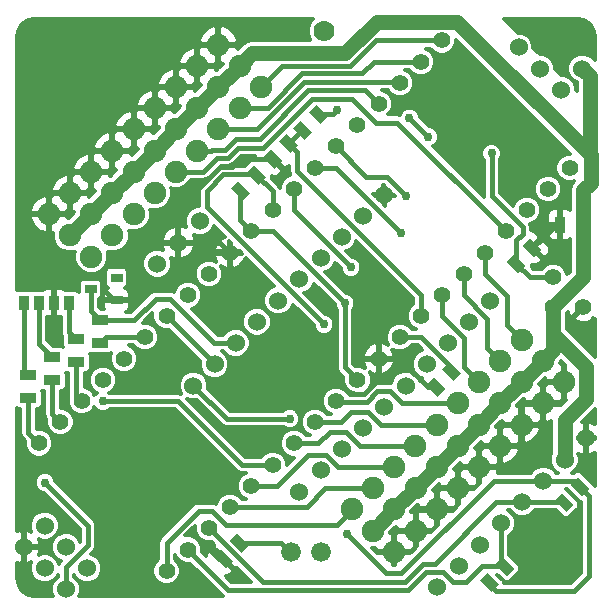
<source format=gtl>
G04 (created by PCBNEW (2014-01-10 BZR 4027)-stable) date Thursday, April 17, 2014 'amt' 11:38:12 am*
%MOIN*%
G04 Gerber Fmt 3.4, Leading zero omitted, Abs format*
%FSLAX34Y34*%
G01*
G70*
G90*
G04 APERTURE LIST*
%ADD10C,0.00590551*%
%ADD11C,0.055*%
%ADD12C,0.066*%
%ADD13C,0.07*%
%ADD14C,0.06*%
%ADD15R,0.035X0.055*%
%ADD16R,0.055X0.035*%
%ADD17C,0.16*%
%ADD18R,0.0394X0.0315*%
%ADD19R,0.035X0.045*%
%ADD20C,0.075*%
%ADD21C,0.03*%
%ADD22C,0.015*%
%ADD23C,0.05*%
%ADD24C,0.02*%
%ADD25C,0.013*%
G04 APERTURE END LIST*
G54D10*
G54D11*
X32866Y-15738D03*
X31866Y-15738D03*
X31866Y-14738D03*
G54D12*
X24116Y-23918D03*
X23116Y-23918D03*
G54D11*
X28163Y-6850D03*
X27456Y-7557D03*
X26748Y-8264D03*
X26041Y-8971D03*
X25334Y-9678D03*
X24627Y-10385D03*
X23920Y-11092D03*
X23213Y-11799D03*
X22506Y-12506D03*
X21799Y-13214D03*
X21092Y-13921D03*
X20384Y-14628D03*
X19677Y-15335D03*
X18970Y-16042D03*
X18263Y-16749D03*
X17556Y-17456D03*
X16849Y-18163D03*
X16142Y-18870D03*
X15435Y-19578D03*
X14728Y-20285D03*
X18970Y-24527D03*
X19677Y-23820D03*
X20384Y-23113D03*
X21092Y-22406D03*
X21799Y-21699D03*
X22506Y-20992D03*
X23213Y-20285D03*
X23920Y-19578D03*
X24627Y-18870D03*
X25334Y-18163D03*
X26041Y-17456D03*
X26748Y-16749D03*
X27456Y-16042D03*
X28163Y-15335D03*
X28870Y-14628D03*
X29577Y-13921D03*
X30284Y-13214D03*
X30991Y-12506D03*
X31698Y-11799D03*
X32405Y-11092D03*
G54D13*
X24216Y-6538D03*
X23216Y-6538D03*
G54D14*
X18659Y-14296D03*
X19366Y-13588D03*
X20074Y-12881D03*
G54D10*
G36*
X28022Y-18722D02*
X27633Y-18333D01*
X27881Y-18085D01*
X28269Y-18474D01*
X28022Y-18722D01*
X28022Y-18722D01*
G37*
G36*
X28552Y-18192D02*
X28163Y-17803D01*
X28411Y-17555D01*
X28800Y-17944D01*
X28552Y-18192D01*
X28552Y-18192D01*
G37*
G36*
X21331Y-23285D02*
X21720Y-23674D01*
X21472Y-23922D01*
X21083Y-23533D01*
X21331Y-23285D01*
X21331Y-23285D01*
G37*
G36*
X20801Y-23815D02*
X21189Y-24204D01*
X20942Y-24452D01*
X20553Y-24063D01*
X20801Y-23815D01*
X20801Y-23815D01*
G37*
G54D14*
X27998Y-25067D03*
X28705Y-24360D03*
X29412Y-23653D03*
X30119Y-22946D03*
X30826Y-22238D03*
X31534Y-21531D03*
X32241Y-20824D03*
X32948Y-20117D03*
G54D15*
X32091Y-12988D03*
X32841Y-12988D03*
G54D10*
G36*
X30702Y-14612D02*
X30313Y-14223D01*
X30561Y-13975D01*
X30949Y-14364D01*
X30702Y-14612D01*
X30702Y-14612D01*
G37*
G36*
X31232Y-14082D02*
X30843Y-13693D01*
X31091Y-13445D01*
X31480Y-13834D01*
X31232Y-14082D01*
X31232Y-14082D01*
G37*
G36*
X32681Y-21405D02*
X33070Y-21794D01*
X32822Y-22042D01*
X32433Y-21653D01*
X32681Y-21405D01*
X32681Y-21405D01*
G37*
G36*
X32151Y-21935D02*
X32539Y-22324D01*
X32292Y-22572D01*
X31903Y-22183D01*
X32151Y-21935D01*
X32151Y-21935D01*
G37*
G36*
X29792Y-25232D02*
X29403Y-24843D01*
X29651Y-24595D01*
X30039Y-24984D01*
X29792Y-25232D01*
X29792Y-25232D01*
G37*
G36*
X30322Y-24702D02*
X29933Y-24313D01*
X30181Y-24065D01*
X30570Y-24454D01*
X30322Y-24702D01*
X30322Y-24702D01*
G37*
G36*
X23954Y-8996D02*
X24343Y-9385D01*
X24095Y-9633D01*
X23706Y-9244D01*
X23954Y-8996D01*
X23954Y-8996D01*
G37*
G36*
X23424Y-9526D02*
X23813Y-9915D01*
X23565Y-10163D01*
X23176Y-9774D01*
X23424Y-9526D01*
X23424Y-9526D01*
G37*
G36*
X22585Y-11123D02*
X22196Y-10734D01*
X22444Y-10486D01*
X22833Y-10875D01*
X22585Y-11123D01*
X22585Y-11123D01*
G37*
G36*
X23115Y-10593D02*
X22726Y-10204D01*
X22974Y-9956D01*
X23363Y-10345D01*
X23115Y-10593D01*
X23115Y-10593D01*
G37*
G36*
X21894Y-11016D02*
X22283Y-11405D01*
X22035Y-11653D01*
X21646Y-11264D01*
X21894Y-11016D01*
X21894Y-11016D01*
G37*
G36*
X21364Y-11546D02*
X21753Y-11935D01*
X21505Y-12183D01*
X21116Y-11794D01*
X21364Y-11546D01*
X21364Y-11546D01*
G37*
G54D16*
X16760Y-16935D03*
X16760Y-16185D03*
X14366Y-18763D03*
X14366Y-18013D03*
X15166Y-18163D03*
X15166Y-17413D03*
X15966Y-17563D03*
X15966Y-16813D03*
G54D17*
X31889Y-24015D03*
G54D18*
X16437Y-15140D03*
X17303Y-14765D03*
X17303Y-15515D03*
G54D17*
X15354Y-7480D03*
G54D14*
X30706Y-7085D03*
X31413Y-6378D03*
X31413Y-7792D03*
X32120Y-7085D03*
X32120Y-8499D03*
X32827Y-7792D03*
X16327Y-24442D03*
X15620Y-25149D03*
X15620Y-23735D03*
X14913Y-24442D03*
X14913Y-23028D03*
X14206Y-23735D03*
G54D19*
X15716Y-15588D03*
X15216Y-15588D03*
X14716Y-15588D03*
X14216Y-15588D03*
G54D14*
X19867Y-18353D03*
X20574Y-17646D03*
X21281Y-16938D03*
X21988Y-16231D03*
X22695Y-15524D03*
X23402Y-14817D03*
X24109Y-14110D03*
X24816Y-13403D03*
X25524Y-12696D03*
X26231Y-11989D03*
X29766Y-15524D03*
X29059Y-16231D03*
X28352Y-16938D03*
X27645Y-17646D03*
X26938Y-18353D03*
X26231Y-19060D03*
X25524Y-19767D03*
X24816Y-20474D03*
X24109Y-21181D03*
X23402Y-21888D03*
G54D20*
X18579Y-11936D03*
X19286Y-11229D03*
X19994Y-10522D03*
X17872Y-11229D03*
X18579Y-10522D03*
X19286Y-9815D03*
X17165Y-10522D03*
X17872Y-9815D03*
X18579Y-9108D03*
X20699Y-9816D03*
X21406Y-9109D03*
X22114Y-8402D03*
X19992Y-9109D03*
X20699Y-8402D03*
X21406Y-7695D03*
X19285Y-8402D03*
X19992Y-7695D03*
X20699Y-6988D03*
X16459Y-14056D03*
X17166Y-13349D03*
X17874Y-12642D03*
X15752Y-13349D03*
X16459Y-12642D03*
X17166Y-11935D03*
X15045Y-12642D03*
X15752Y-11935D03*
X16459Y-11228D03*
X30804Y-16831D03*
X30096Y-17538D03*
X29389Y-18245D03*
X31511Y-17538D03*
X30804Y-18245D03*
X30096Y-18952D03*
X32218Y-18245D03*
X31511Y-18952D03*
X30804Y-19659D03*
X28684Y-18951D03*
X27976Y-19658D03*
X27269Y-20365D03*
X29391Y-19658D03*
X28684Y-20365D03*
X27976Y-21072D03*
X30098Y-20365D03*
X29391Y-21072D03*
X28684Y-21779D03*
X26564Y-21071D03*
X25856Y-21778D03*
X25149Y-22485D03*
X27271Y-21778D03*
X26564Y-22485D03*
X25856Y-23192D03*
X27978Y-22485D03*
X27271Y-23192D03*
X26564Y-23899D03*
G54D21*
X21841Y-15388D03*
X31091Y-10513D03*
X28891Y-8313D03*
X20316Y-23738D03*
X31566Y-13388D03*
X26791Y-13263D03*
X26966Y-12038D03*
X16854Y-18876D03*
X24216Y-16313D03*
X25116Y-14413D03*
X24650Y-9180D03*
X24986Y-23308D03*
X23076Y-19458D03*
X29806Y-10618D03*
X24916Y-15613D03*
X27066Y-9438D03*
X27691Y-10063D03*
X14916Y-21588D03*
G54D22*
X23328Y-11201D02*
X23328Y-10558D01*
X23328Y-10558D02*
X23045Y-10274D01*
X23045Y-10274D02*
X23065Y-10274D01*
X23065Y-10274D02*
X23494Y-9845D01*
X27456Y-15328D02*
X27456Y-16042D01*
X23328Y-11201D02*
X27456Y-15328D01*
X28482Y-17873D02*
X28482Y-17779D01*
X27452Y-16749D02*
X26748Y-16749D01*
X28482Y-17779D02*
X27452Y-16749D01*
X18970Y-16042D02*
X18970Y-16042D01*
X18970Y-16042D02*
X20574Y-17646D01*
X16760Y-16185D02*
X17885Y-16185D01*
X17885Y-16185D02*
X18610Y-15460D01*
X16437Y-15140D02*
X16437Y-15862D01*
X16437Y-15862D02*
X16760Y-16185D01*
X21281Y-16938D02*
X20568Y-16938D01*
X19090Y-15460D02*
X18610Y-15460D01*
X20568Y-16938D02*
X19090Y-15460D01*
X17303Y-15515D02*
X17215Y-15515D01*
X15216Y-14923D02*
X15216Y-15588D01*
X15480Y-14660D02*
X15216Y-14923D01*
X16720Y-14660D02*
X15480Y-14660D01*
X16840Y-14780D02*
X16720Y-14660D01*
X16840Y-15140D02*
X16840Y-14780D01*
X17215Y-15515D02*
X16840Y-15140D01*
X21150Y-11054D02*
X21150Y-11050D01*
X21394Y-10805D02*
X22514Y-10805D01*
X21150Y-11050D02*
X21394Y-10805D01*
X27951Y-18404D02*
X27682Y-18404D01*
X26734Y-17456D02*
X26041Y-17456D01*
X27682Y-18404D02*
X26734Y-17456D01*
X25106Y-18638D02*
X25091Y-18638D01*
X21092Y-14639D02*
X21092Y-13921D01*
X25091Y-18638D02*
X21841Y-15388D01*
X21841Y-15388D02*
X21092Y-14639D01*
G54D23*
X31566Y-10988D02*
X31091Y-10513D01*
X31091Y-10513D02*
X28891Y-8313D01*
G54D24*
X32225Y-11612D02*
X32225Y-12029D01*
X32091Y-12163D02*
X32091Y-12988D01*
X32225Y-12029D02*
X32091Y-12163D01*
X31601Y-10988D02*
X32225Y-11612D01*
G54D22*
X20759Y-13588D02*
X21092Y-13921D01*
X19366Y-13588D02*
X20759Y-13588D01*
X20871Y-24134D02*
X20712Y-24134D01*
X20712Y-24134D02*
X20316Y-23738D01*
X26041Y-18134D02*
X26041Y-17456D01*
X25536Y-18638D02*
X26041Y-18134D01*
X25106Y-18638D02*
X25536Y-18638D01*
X31566Y-13388D02*
X31536Y-13388D01*
X31536Y-13388D02*
X31162Y-13763D01*
X19366Y-13588D02*
X19366Y-12438D01*
X20751Y-11054D02*
X21150Y-11054D01*
X19366Y-12438D02*
X20751Y-11054D01*
G54D24*
X31566Y-13388D02*
X31566Y-13413D01*
X32091Y-12988D02*
X31991Y-12988D01*
X31991Y-12988D02*
X31566Y-13413D01*
G54D22*
X27006Y-25158D02*
X21016Y-25158D01*
X21016Y-25158D02*
X19677Y-23820D01*
X30252Y-24383D02*
X29472Y-24383D01*
X28196Y-24558D02*
X27606Y-24558D01*
X28526Y-24888D02*
X28196Y-24558D01*
X28966Y-24888D02*
X28526Y-24888D01*
X29472Y-24383D02*
X28966Y-24888D01*
X30119Y-22946D02*
X30119Y-24251D01*
X30119Y-24251D02*
X30252Y-24383D01*
X27006Y-25158D02*
X27606Y-24558D01*
X26866Y-24908D02*
X22180Y-24908D01*
X22180Y-24908D02*
X20384Y-23113D01*
X30826Y-22238D02*
X29966Y-22238D01*
X26903Y-24908D02*
X26866Y-24908D01*
X27523Y-24288D02*
X26903Y-24908D01*
X27916Y-24288D02*
X27523Y-24288D01*
X29966Y-22238D02*
X27916Y-24288D01*
X30826Y-22238D02*
X32206Y-22238D01*
X32206Y-22238D02*
X32221Y-22254D01*
X15166Y-18163D02*
X15166Y-19309D01*
X15166Y-19309D02*
X15435Y-19578D01*
X14716Y-15588D02*
X14716Y-16963D01*
X14716Y-16963D02*
X15166Y-17413D01*
X14366Y-18763D02*
X14366Y-19924D01*
X14366Y-19924D02*
X14728Y-20285D01*
X14216Y-15588D02*
X14216Y-17863D01*
X14216Y-17863D02*
X14366Y-18013D01*
X15966Y-17563D02*
X15966Y-18695D01*
X15966Y-18695D02*
X16142Y-18870D01*
X15716Y-15588D02*
X15716Y-16563D01*
X15716Y-16563D02*
X15966Y-16813D01*
X23920Y-11092D02*
X24620Y-11092D01*
X24620Y-11092D02*
X26791Y-13263D01*
X26316Y-11388D02*
X25630Y-11388D01*
X25630Y-11388D02*
X24627Y-10385D01*
X26966Y-12038D02*
X26316Y-11388D01*
X21402Y-23603D02*
X22801Y-23603D01*
X22801Y-23603D02*
X23116Y-23918D01*
X18263Y-16749D02*
X16945Y-16749D01*
X16945Y-16749D02*
X16760Y-16935D01*
X20699Y-9816D02*
X21989Y-9816D01*
X26723Y-8238D02*
X26748Y-8264D01*
X23566Y-8238D02*
X26723Y-8238D01*
X21989Y-9816D02*
X23566Y-8238D01*
X21406Y-9109D02*
X22342Y-9109D01*
X25502Y-7952D02*
X25898Y-7557D01*
X23499Y-7952D02*
X25502Y-7952D01*
X22342Y-9109D02*
X23499Y-7952D01*
X25898Y-7557D02*
X27456Y-7557D01*
X22114Y-8402D02*
X22117Y-8402D01*
X25949Y-6850D02*
X28163Y-6850D01*
X25096Y-7702D02*
X25949Y-6850D01*
X22816Y-7702D02*
X25096Y-7702D01*
X22117Y-8402D02*
X22816Y-7702D01*
X29577Y-13921D02*
X29577Y-14629D01*
X30306Y-16334D02*
X30804Y-16831D01*
X30306Y-15358D02*
X30306Y-16334D01*
X29577Y-14629D02*
X30306Y-15358D01*
X28870Y-14628D02*
X28870Y-15342D01*
X29656Y-17098D02*
X30096Y-17538D01*
X29656Y-16128D02*
X29656Y-17098D01*
X28870Y-15342D02*
X29656Y-16128D01*
X28163Y-15335D02*
X28163Y-16035D01*
X28896Y-17752D02*
X29389Y-18245D01*
X28896Y-16768D02*
X28896Y-17752D01*
X28163Y-16035D02*
X28896Y-16768D01*
X22182Y-10422D02*
X21357Y-10422D01*
X21357Y-10422D02*
X21021Y-10758D01*
X25166Y-8788D02*
X25966Y-9588D01*
X23816Y-8788D02*
X25166Y-8788D01*
X22182Y-10422D02*
X23816Y-8788D01*
X19286Y-11229D02*
X20196Y-11229D01*
X20666Y-10758D02*
X21021Y-10758D01*
X20196Y-11229D02*
X20666Y-10758D01*
X30284Y-13206D02*
X26666Y-9588D01*
X30284Y-13214D02*
X30284Y-13206D01*
X26666Y-9588D02*
X25966Y-9588D01*
X22072Y-10132D02*
X21277Y-10132D01*
X21277Y-10132D02*
X20921Y-10488D01*
X19994Y-10522D02*
X20458Y-10522D01*
X20491Y-10488D02*
X20921Y-10488D01*
X20458Y-10522D02*
X20491Y-10488D01*
X25584Y-8513D02*
X26041Y-8971D01*
X23691Y-8513D02*
X25584Y-8513D01*
X22072Y-10132D02*
X23691Y-8513D01*
X25640Y-18888D02*
X24645Y-18888D01*
X24645Y-18888D02*
X24627Y-18870D01*
X26829Y-18951D02*
X28684Y-18951D01*
X26406Y-18528D02*
X26829Y-18951D01*
X26000Y-18528D02*
X26406Y-18528D01*
X25640Y-18888D02*
X26000Y-18528D01*
X23920Y-19578D02*
X24777Y-19578D01*
X26126Y-19658D02*
X27976Y-19658D01*
X25696Y-19228D02*
X26126Y-19658D01*
X25126Y-19228D02*
X25696Y-19228D01*
X24777Y-19578D02*
X25126Y-19228D01*
X27269Y-20365D02*
X25423Y-20365D01*
X24956Y-19898D02*
X24416Y-19898D01*
X25423Y-20365D02*
X24956Y-19898D01*
X23213Y-20285D02*
X24030Y-20285D01*
X24030Y-20285D02*
X24416Y-19898D01*
X16854Y-18876D02*
X19354Y-18876D01*
X19354Y-18876D02*
X21470Y-20992D01*
X21470Y-20992D02*
X22506Y-20992D01*
X21799Y-21699D02*
X22656Y-21699D01*
X24699Y-21071D02*
X26564Y-21071D01*
X24286Y-20658D02*
X24699Y-21071D01*
X23696Y-20658D02*
X24286Y-20658D01*
X22656Y-21699D02*
X23696Y-20658D01*
X21092Y-22406D02*
X23639Y-22406D01*
X24267Y-21778D02*
X25856Y-21778D01*
X23639Y-22406D02*
X24267Y-21778D01*
X18970Y-24527D02*
X18970Y-23595D01*
X24636Y-22998D02*
X25149Y-22485D01*
X20956Y-22998D02*
X24636Y-22998D01*
X20486Y-22528D02*
X20956Y-22998D01*
X20036Y-22528D02*
X20486Y-22528D01*
X18970Y-23595D02*
X20036Y-22528D01*
X22506Y-12506D02*
X22506Y-11875D01*
X22506Y-11875D02*
X21965Y-11334D01*
X20316Y-11888D02*
X20316Y-11857D01*
X20316Y-12413D02*
X20316Y-11888D01*
X20316Y-12413D02*
X24216Y-16313D01*
X20316Y-11857D02*
X20864Y-11310D01*
X20880Y-11310D02*
X21890Y-11310D01*
X20864Y-11310D02*
X20880Y-11310D01*
X21890Y-11310D02*
X22045Y-11464D01*
X23213Y-11799D02*
X23213Y-12510D01*
X23213Y-12510D02*
X25116Y-14413D01*
X24025Y-9314D02*
X24515Y-9314D01*
X24515Y-9314D02*
X24650Y-9180D01*
G54D23*
X31866Y-16638D02*
X31866Y-16648D01*
X32241Y-19514D02*
X32241Y-20824D01*
X32946Y-18808D02*
X32241Y-19514D01*
X32946Y-17728D02*
X32946Y-18808D01*
X31866Y-16648D02*
X32946Y-17728D01*
G54D22*
X32841Y-12988D02*
X32841Y-13713D01*
X32841Y-13713D02*
X32866Y-13738D01*
G54D23*
X33086Y-10646D02*
X33086Y-8051D01*
X33086Y-8051D02*
X32827Y-7792D01*
X21406Y-7695D02*
X21406Y-7691D01*
X28660Y-6220D02*
X33086Y-10646D01*
X33086Y-10646D02*
X33116Y-10676D01*
X25977Y-6220D02*
X28660Y-6220D01*
X24920Y-7277D02*
X25977Y-6220D01*
X21820Y-7277D02*
X24920Y-7277D01*
X21406Y-7691D02*
X21820Y-7277D01*
X32866Y-13738D02*
X32866Y-13788D01*
X32866Y-13788D02*
X32866Y-14738D01*
X32866Y-14738D02*
X31866Y-15738D01*
X31866Y-15738D02*
X31866Y-16638D01*
X31866Y-16638D02*
X31866Y-17182D01*
X31866Y-17182D02*
X31511Y-17538D01*
X32866Y-13738D02*
X32866Y-11838D01*
X33116Y-11588D02*
X33116Y-10676D01*
X32866Y-11838D02*
X33116Y-11588D01*
X30804Y-18245D02*
X31511Y-17538D01*
X30096Y-18952D02*
X30096Y-18952D01*
X30096Y-18952D02*
X30804Y-18245D01*
X29391Y-19658D02*
X29391Y-19658D01*
X29391Y-19658D02*
X30096Y-18952D01*
X28684Y-20365D02*
X29391Y-19658D01*
X27976Y-21072D02*
X27976Y-21072D01*
X27976Y-21072D02*
X28684Y-20365D01*
X27271Y-21778D02*
X27271Y-21778D01*
X27271Y-21778D02*
X27976Y-21072D01*
X26564Y-22485D02*
X27271Y-21778D01*
X25856Y-23192D02*
X25856Y-23192D01*
X25856Y-23192D02*
X26564Y-22485D01*
X20699Y-8402D02*
X20699Y-8402D01*
X20699Y-8402D02*
X21406Y-7695D01*
X19992Y-9109D02*
X20699Y-8402D01*
X19286Y-9815D02*
X19286Y-9815D01*
X19286Y-9815D02*
X19992Y-9109D01*
X18579Y-10522D02*
X18579Y-10522D01*
X18579Y-10522D02*
X19286Y-9815D01*
X17872Y-11229D02*
X18579Y-10522D01*
X17166Y-11935D02*
X17166Y-11935D01*
X17166Y-11935D02*
X17872Y-11229D01*
X16459Y-12642D02*
X16459Y-12642D01*
X16459Y-12642D02*
X17166Y-11935D01*
X15752Y-13349D02*
X16459Y-12642D01*
G54D22*
X26786Y-24608D02*
X26286Y-24608D01*
X26286Y-24608D02*
X24986Y-23308D01*
X23076Y-19458D02*
X20972Y-19458D01*
X20972Y-19458D02*
X19867Y-18353D01*
X30631Y-14294D02*
X30631Y-13504D01*
X29806Y-12038D02*
X29806Y-10618D01*
X30836Y-13068D02*
X29806Y-12038D01*
X30836Y-13298D02*
X30836Y-13068D01*
X30631Y-13504D02*
X30836Y-13298D01*
X31866Y-14738D02*
X31076Y-14738D01*
X31076Y-14738D02*
X30631Y-14294D01*
X31534Y-21531D02*
X29874Y-21531D01*
X26796Y-24608D02*
X26786Y-24608D01*
X29874Y-21531D02*
X26796Y-24608D01*
X31534Y-21531D02*
X32560Y-21531D01*
X32560Y-21531D02*
X32752Y-21723D01*
X29721Y-24914D02*
X29721Y-24953D01*
X33056Y-22028D02*
X32752Y-21723D01*
X33056Y-24708D02*
X33056Y-22028D01*
X32566Y-25198D02*
X33056Y-24708D01*
X29966Y-25198D02*
X32566Y-25198D01*
X29721Y-24953D02*
X29966Y-25198D01*
X21434Y-11865D02*
X21434Y-12849D01*
X21434Y-12849D02*
X21799Y-13214D01*
X24916Y-15613D02*
X24916Y-17746D01*
X22517Y-13214D02*
X24916Y-15613D01*
X21799Y-13214D02*
X22517Y-13214D01*
X24916Y-17746D02*
X25334Y-18163D01*
X27691Y-10063D02*
X27066Y-9438D01*
X15620Y-25149D02*
X15620Y-24415D01*
X16356Y-23028D02*
X14916Y-21588D01*
X16356Y-23678D02*
X16356Y-23028D01*
X15620Y-24415D02*
X16356Y-23678D01*
G54D10*
G36*
X33249Y-7518D02*
X33247Y-7512D01*
X33108Y-7373D01*
X32926Y-7297D01*
X32729Y-7297D01*
X32547Y-7372D01*
X32408Y-7511D01*
X32332Y-7693D01*
X32332Y-7890D01*
X32407Y-8072D01*
X32546Y-8211D01*
X32641Y-8251D01*
X32641Y-8533D01*
X32615Y-8507D01*
X32615Y-8401D01*
X32540Y-8219D01*
X32401Y-8080D01*
X32219Y-8004D01*
X32112Y-8004D01*
X31908Y-7800D01*
X31908Y-7694D01*
X31833Y-7512D01*
X31694Y-7373D01*
X31512Y-7297D01*
X31405Y-7297D01*
X31201Y-7093D01*
X31201Y-6987D01*
X31126Y-6805D01*
X30987Y-6666D01*
X30805Y-6590D01*
X30698Y-6590D01*
X30227Y-6120D01*
X32655Y-6120D01*
X32895Y-6168D01*
X33078Y-6290D01*
X33202Y-6476D01*
X33249Y-6712D01*
X33249Y-7518D01*
X33249Y-7518D01*
G37*
G54D25*
X33249Y-7518D02*
X33247Y-7512D01*
X33108Y-7373D01*
X32926Y-7297D01*
X32729Y-7297D01*
X32547Y-7372D01*
X32408Y-7511D01*
X32332Y-7693D01*
X32332Y-7890D01*
X32407Y-8072D01*
X32546Y-8211D01*
X32641Y-8251D01*
X32641Y-8533D01*
X32615Y-8507D01*
X32615Y-8401D01*
X32540Y-8219D01*
X32401Y-8080D01*
X32219Y-8004D01*
X32112Y-8004D01*
X31908Y-7800D01*
X31908Y-7694D01*
X31833Y-7512D01*
X31694Y-7373D01*
X31512Y-7297D01*
X31405Y-7297D01*
X31201Y-7093D01*
X31201Y-6987D01*
X31126Y-6805D01*
X30987Y-6666D01*
X30805Y-6590D01*
X30698Y-6590D01*
X30227Y-6120D01*
X32655Y-6120D01*
X32895Y-6168D01*
X33078Y-6290D01*
X33202Y-6476D01*
X33249Y-6712D01*
X33249Y-7518D01*
G54D10*
G36*
X21626Y-21262D02*
X21533Y-21300D01*
X21400Y-21432D01*
X21329Y-21605D01*
X21329Y-21792D01*
X21400Y-21965D01*
X21532Y-22097D01*
X21626Y-22136D01*
X21486Y-22136D01*
X21358Y-22008D01*
X21185Y-21936D01*
X20998Y-21936D01*
X20826Y-22007D01*
X20693Y-22139D01*
X20625Y-22303D01*
X20590Y-22279D01*
X20486Y-22258D01*
X20036Y-22258D01*
X19933Y-22279D01*
X19846Y-22338D01*
X18779Y-23404D01*
X18721Y-23491D01*
X18700Y-23595D01*
X18700Y-24133D01*
X18572Y-24261D01*
X18500Y-24433D01*
X18500Y-24620D01*
X18572Y-24793D01*
X18704Y-24926D01*
X18876Y-24997D01*
X19063Y-24997D01*
X19236Y-24926D01*
X19368Y-24794D01*
X19440Y-24621D01*
X19440Y-24434D01*
X19369Y-24261D01*
X19240Y-24133D01*
X19240Y-23993D01*
X19279Y-24086D01*
X19411Y-24218D01*
X19583Y-24290D01*
X19766Y-24290D01*
X20825Y-25349D01*
X20864Y-25375D01*
X16062Y-25375D01*
X16115Y-25248D01*
X16115Y-25051D01*
X16040Y-24869D01*
X15901Y-24730D01*
X15890Y-24725D01*
X15890Y-24680D01*
X15907Y-24722D01*
X16046Y-24861D01*
X16228Y-24937D01*
X16425Y-24937D01*
X16607Y-24862D01*
X16746Y-24723D01*
X16822Y-24541D01*
X16822Y-24344D01*
X16747Y-24162D01*
X16608Y-24023D01*
X16457Y-23960D01*
X16547Y-23869D01*
X16606Y-23782D01*
X16606Y-23782D01*
X16626Y-23678D01*
X16626Y-23028D01*
X16606Y-22925D01*
X16606Y-22925D01*
X16547Y-22838D01*
X16547Y-22838D01*
X15261Y-21552D01*
X15261Y-21520D01*
X15209Y-21393D01*
X15112Y-21296D01*
X14985Y-21244D01*
X14848Y-21243D01*
X14721Y-21296D01*
X14624Y-21393D01*
X14571Y-21520D01*
X14571Y-21657D01*
X14624Y-21784D01*
X14721Y-21881D01*
X14848Y-21933D01*
X14880Y-21933D01*
X16086Y-23140D01*
X16086Y-23567D01*
X16086Y-23567D01*
X16040Y-23455D01*
X15901Y-23316D01*
X15719Y-23240D01*
X15522Y-23240D01*
X15408Y-23287D01*
X15408Y-22930D01*
X15333Y-22748D01*
X15194Y-22608D01*
X15012Y-22533D01*
X14815Y-22533D01*
X14633Y-22608D01*
X14493Y-22747D01*
X14418Y-22929D01*
X14418Y-23126D01*
X14459Y-23226D01*
X14330Y-23172D01*
X14241Y-23226D01*
X14241Y-23650D01*
X14211Y-23680D01*
X14261Y-23729D01*
X14290Y-23700D01*
X14714Y-23700D01*
X14768Y-23610D01*
X14711Y-23480D01*
X14814Y-23523D01*
X15011Y-23523D01*
X15193Y-23448D01*
X15332Y-23309D01*
X15408Y-23127D01*
X15408Y-22930D01*
X15408Y-23287D01*
X15340Y-23315D01*
X15201Y-23454D01*
X15125Y-23636D01*
X15125Y-23833D01*
X15200Y-24015D01*
X15339Y-24154D01*
X15452Y-24201D01*
X15429Y-24224D01*
X15385Y-24289D01*
X15333Y-24162D01*
X15194Y-24023D01*
X15012Y-23947D01*
X14815Y-23947D01*
X14715Y-23988D01*
X14768Y-23859D01*
X14714Y-23770D01*
X14290Y-23770D01*
X14261Y-23740D01*
X14211Y-23790D01*
X14241Y-23819D01*
X14241Y-24244D01*
X14330Y-24297D01*
X14461Y-24240D01*
X14418Y-24343D01*
X14418Y-24540D01*
X14493Y-24722D01*
X14632Y-24861D01*
X14814Y-24937D01*
X15011Y-24937D01*
X15193Y-24862D01*
X15332Y-24723D01*
X15350Y-24680D01*
X15350Y-24725D01*
X15340Y-24729D01*
X15201Y-24868D01*
X15125Y-25050D01*
X15125Y-25247D01*
X15178Y-25375D01*
X14586Y-25375D01*
X14350Y-25328D01*
X14164Y-25204D01*
X14042Y-25021D01*
X13994Y-24781D01*
X13994Y-24261D01*
X14081Y-24297D01*
X14171Y-24244D01*
X14171Y-23819D01*
X14200Y-23790D01*
X14151Y-23740D01*
X14121Y-23770D01*
X13994Y-23770D01*
X13994Y-23700D01*
X14121Y-23700D01*
X14151Y-23729D01*
X14200Y-23680D01*
X14171Y-23650D01*
X14171Y-23226D01*
X14081Y-23172D01*
X13994Y-23211D01*
X13994Y-19109D01*
X14052Y-19133D01*
X14096Y-19133D01*
X14096Y-19924D01*
X14117Y-20027D01*
X14176Y-20114D01*
X14258Y-20197D01*
X14258Y-20378D01*
X14329Y-20551D01*
X14461Y-20683D01*
X14634Y-20755D01*
X14821Y-20755D01*
X14993Y-20683D01*
X15126Y-20551D01*
X15198Y-20379D01*
X15198Y-20192D01*
X15126Y-20019D01*
X14994Y-19886D01*
X14821Y-19815D01*
X14639Y-19815D01*
X14636Y-19812D01*
X14636Y-19134D01*
X14680Y-19134D01*
X14752Y-19104D01*
X14807Y-19049D01*
X14836Y-18977D01*
X14836Y-18900D01*
X14836Y-18550D01*
X14825Y-18522D01*
X14852Y-18533D01*
X14896Y-18533D01*
X14896Y-19309D01*
X14917Y-19413D01*
X14965Y-19484D01*
X14965Y-19484D01*
X14965Y-19671D01*
X15036Y-19843D01*
X15168Y-19976D01*
X15341Y-20047D01*
X15528Y-20048D01*
X15701Y-19976D01*
X15833Y-19844D01*
X15905Y-19671D01*
X15905Y-19484D01*
X15833Y-19312D01*
X15701Y-19179D01*
X15529Y-19108D01*
X15436Y-19108D01*
X15436Y-18534D01*
X15480Y-18534D01*
X15552Y-18504D01*
X15607Y-18449D01*
X15636Y-18377D01*
X15636Y-18300D01*
X15636Y-17950D01*
X15625Y-17922D01*
X15652Y-17933D01*
X15696Y-17933D01*
X15696Y-18695D01*
X15699Y-18710D01*
X15672Y-18777D01*
X15672Y-18964D01*
X15743Y-19136D01*
X15875Y-19269D01*
X16048Y-19340D01*
X16235Y-19341D01*
X16408Y-19269D01*
X16540Y-19137D01*
X16566Y-19075D01*
X16658Y-19168D01*
X16785Y-19221D01*
X16922Y-19221D01*
X17049Y-19169D01*
X17072Y-19146D01*
X19242Y-19146D01*
X21279Y-21183D01*
X21366Y-21241D01*
X21366Y-21241D01*
X21470Y-21262D01*
X21626Y-21262D01*
X21626Y-21262D01*
G37*
G54D25*
X21626Y-21262D02*
X21533Y-21300D01*
X21400Y-21432D01*
X21329Y-21605D01*
X21329Y-21792D01*
X21400Y-21965D01*
X21532Y-22097D01*
X21626Y-22136D01*
X21486Y-22136D01*
X21358Y-22008D01*
X21185Y-21936D01*
X20998Y-21936D01*
X20826Y-22007D01*
X20693Y-22139D01*
X20625Y-22303D01*
X20590Y-22279D01*
X20486Y-22258D01*
X20036Y-22258D01*
X19933Y-22279D01*
X19846Y-22338D01*
X18779Y-23404D01*
X18721Y-23491D01*
X18700Y-23595D01*
X18700Y-24133D01*
X18572Y-24261D01*
X18500Y-24433D01*
X18500Y-24620D01*
X18572Y-24793D01*
X18704Y-24926D01*
X18876Y-24997D01*
X19063Y-24997D01*
X19236Y-24926D01*
X19368Y-24794D01*
X19440Y-24621D01*
X19440Y-24434D01*
X19369Y-24261D01*
X19240Y-24133D01*
X19240Y-23993D01*
X19279Y-24086D01*
X19411Y-24218D01*
X19583Y-24290D01*
X19766Y-24290D01*
X20825Y-25349D01*
X20864Y-25375D01*
X16062Y-25375D01*
X16115Y-25248D01*
X16115Y-25051D01*
X16040Y-24869D01*
X15901Y-24730D01*
X15890Y-24725D01*
X15890Y-24680D01*
X15907Y-24722D01*
X16046Y-24861D01*
X16228Y-24937D01*
X16425Y-24937D01*
X16607Y-24862D01*
X16746Y-24723D01*
X16822Y-24541D01*
X16822Y-24344D01*
X16747Y-24162D01*
X16608Y-24023D01*
X16457Y-23960D01*
X16547Y-23869D01*
X16606Y-23782D01*
X16606Y-23782D01*
X16626Y-23678D01*
X16626Y-23028D01*
X16606Y-22925D01*
X16606Y-22925D01*
X16547Y-22838D01*
X16547Y-22838D01*
X15261Y-21552D01*
X15261Y-21520D01*
X15209Y-21393D01*
X15112Y-21296D01*
X14985Y-21244D01*
X14848Y-21243D01*
X14721Y-21296D01*
X14624Y-21393D01*
X14571Y-21520D01*
X14571Y-21657D01*
X14624Y-21784D01*
X14721Y-21881D01*
X14848Y-21933D01*
X14880Y-21933D01*
X16086Y-23140D01*
X16086Y-23567D01*
X16086Y-23567D01*
X16040Y-23455D01*
X15901Y-23316D01*
X15719Y-23240D01*
X15522Y-23240D01*
X15408Y-23287D01*
X15408Y-22930D01*
X15333Y-22748D01*
X15194Y-22608D01*
X15012Y-22533D01*
X14815Y-22533D01*
X14633Y-22608D01*
X14493Y-22747D01*
X14418Y-22929D01*
X14418Y-23126D01*
X14459Y-23226D01*
X14330Y-23172D01*
X14241Y-23226D01*
X14241Y-23650D01*
X14211Y-23680D01*
X14261Y-23729D01*
X14290Y-23700D01*
X14714Y-23700D01*
X14768Y-23610D01*
X14711Y-23480D01*
X14814Y-23523D01*
X15011Y-23523D01*
X15193Y-23448D01*
X15332Y-23309D01*
X15408Y-23127D01*
X15408Y-22930D01*
X15408Y-23287D01*
X15340Y-23315D01*
X15201Y-23454D01*
X15125Y-23636D01*
X15125Y-23833D01*
X15200Y-24015D01*
X15339Y-24154D01*
X15452Y-24201D01*
X15429Y-24224D01*
X15385Y-24289D01*
X15333Y-24162D01*
X15194Y-24023D01*
X15012Y-23947D01*
X14815Y-23947D01*
X14715Y-23988D01*
X14768Y-23859D01*
X14714Y-23770D01*
X14290Y-23770D01*
X14261Y-23740D01*
X14211Y-23790D01*
X14241Y-23819D01*
X14241Y-24244D01*
X14330Y-24297D01*
X14461Y-24240D01*
X14418Y-24343D01*
X14418Y-24540D01*
X14493Y-24722D01*
X14632Y-24861D01*
X14814Y-24937D01*
X15011Y-24937D01*
X15193Y-24862D01*
X15332Y-24723D01*
X15350Y-24680D01*
X15350Y-24725D01*
X15340Y-24729D01*
X15201Y-24868D01*
X15125Y-25050D01*
X15125Y-25247D01*
X15178Y-25375D01*
X14586Y-25375D01*
X14350Y-25328D01*
X14164Y-25204D01*
X14042Y-25021D01*
X13994Y-24781D01*
X13994Y-24261D01*
X14081Y-24297D01*
X14171Y-24244D01*
X14171Y-23819D01*
X14200Y-23790D01*
X14151Y-23740D01*
X14121Y-23770D01*
X13994Y-23770D01*
X13994Y-23700D01*
X14121Y-23700D01*
X14151Y-23729D01*
X14200Y-23680D01*
X14171Y-23650D01*
X14171Y-23226D01*
X14081Y-23172D01*
X13994Y-23211D01*
X13994Y-19109D01*
X14052Y-19133D01*
X14096Y-19133D01*
X14096Y-19924D01*
X14117Y-20027D01*
X14176Y-20114D01*
X14258Y-20197D01*
X14258Y-20378D01*
X14329Y-20551D01*
X14461Y-20683D01*
X14634Y-20755D01*
X14821Y-20755D01*
X14993Y-20683D01*
X15126Y-20551D01*
X15198Y-20379D01*
X15198Y-20192D01*
X15126Y-20019D01*
X14994Y-19886D01*
X14821Y-19815D01*
X14639Y-19815D01*
X14636Y-19812D01*
X14636Y-19134D01*
X14680Y-19134D01*
X14752Y-19104D01*
X14807Y-19049D01*
X14836Y-18977D01*
X14836Y-18900D01*
X14836Y-18550D01*
X14825Y-18522D01*
X14852Y-18533D01*
X14896Y-18533D01*
X14896Y-19309D01*
X14917Y-19413D01*
X14965Y-19484D01*
X14965Y-19484D01*
X14965Y-19671D01*
X15036Y-19843D01*
X15168Y-19976D01*
X15341Y-20047D01*
X15528Y-20048D01*
X15701Y-19976D01*
X15833Y-19844D01*
X15905Y-19671D01*
X15905Y-19484D01*
X15833Y-19312D01*
X15701Y-19179D01*
X15529Y-19108D01*
X15436Y-19108D01*
X15436Y-18534D01*
X15480Y-18534D01*
X15552Y-18504D01*
X15607Y-18449D01*
X15636Y-18377D01*
X15636Y-18300D01*
X15636Y-17950D01*
X15625Y-17922D01*
X15652Y-17933D01*
X15696Y-17933D01*
X15696Y-18695D01*
X15699Y-18710D01*
X15672Y-18777D01*
X15672Y-18964D01*
X15743Y-19136D01*
X15875Y-19269D01*
X16048Y-19340D01*
X16235Y-19341D01*
X16408Y-19269D01*
X16540Y-19137D01*
X16566Y-19075D01*
X16658Y-19168D01*
X16785Y-19221D01*
X16922Y-19221D01*
X17049Y-19169D01*
X17072Y-19146D01*
X19242Y-19146D01*
X21279Y-21183D01*
X21366Y-21241D01*
X21366Y-21241D01*
X21470Y-21262D01*
X21626Y-21262D01*
G54D10*
G36*
X21778Y-24888D02*
X21127Y-24888D01*
X20956Y-24717D01*
X20995Y-24717D01*
X21092Y-24676D01*
X21182Y-24587D01*
X21182Y-24493D01*
X20871Y-24183D01*
X20866Y-24189D01*
X20816Y-24139D01*
X20822Y-24134D01*
X20512Y-23823D01*
X20418Y-23823D01*
X20329Y-23913D01*
X20288Y-24010D01*
X20288Y-24049D01*
X20147Y-23908D01*
X20147Y-23727D01*
X20076Y-23554D01*
X19944Y-23422D01*
X19771Y-23350D01*
X19597Y-23350D01*
X19915Y-23032D01*
X19914Y-23206D01*
X19986Y-23379D01*
X20118Y-23511D01*
X20291Y-23583D01*
X20473Y-23583D01*
X20565Y-23676D01*
X20561Y-23680D01*
X20561Y-23774D01*
X20871Y-24084D01*
X20877Y-24079D01*
X20926Y-24128D01*
X20921Y-24134D01*
X21231Y-24444D01*
X21325Y-24444D01*
X21329Y-24440D01*
X21778Y-24888D01*
X21778Y-24888D01*
G37*
G54D25*
X21778Y-24888D02*
X21127Y-24888D01*
X20956Y-24717D01*
X20995Y-24717D01*
X21092Y-24676D01*
X21182Y-24587D01*
X21182Y-24493D01*
X20871Y-24183D01*
X20866Y-24189D01*
X20816Y-24139D01*
X20822Y-24134D01*
X20512Y-23823D01*
X20418Y-23823D01*
X20329Y-23913D01*
X20288Y-24010D01*
X20288Y-24049D01*
X20147Y-23908D01*
X20147Y-23727D01*
X20076Y-23554D01*
X19944Y-23422D01*
X19771Y-23350D01*
X19597Y-23350D01*
X19915Y-23032D01*
X19914Y-23206D01*
X19986Y-23379D01*
X20118Y-23511D01*
X20291Y-23583D01*
X20473Y-23583D01*
X20565Y-23676D01*
X20561Y-23680D01*
X20561Y-23774D01*
X20871Y-24084D01*
X20877Y-24079D01*
X20926Y-24128D01*
X20921Y-24134D01*
X21231Y-24444D01*
X21325Y-24444D01*
X21329Y-24440D01*
X21778Y-24888D01*
G54D10*
G36*
X21948Y-10827D02*
X21933Y-10821D01*
X21855Y-10821D01*
X21784Y-10851D01*
X21729Y-10906D01*
X21595Y-11040D01*
X20880Y-11040D01*
X20864Y-11040D01*
X20760Y-11060D01*
X20719Y-11087D01*
X20778Y-11028D01*
X21021Y-11028D01*
X21124Y-11008D01*
X21124Y-11008D01*
X21211Y-10949D01*
X21468Y-10692D01*
X21931Y-10692D01*
X21931Y-10786D01*
X21948Y-10827D01*
X21948Y-10827D01*
G37*
G54D25*
X21948Y-10827D02*
X21933Y-10821D01*
X21855Y-10821D01*
X21784Y-10851D01*
X21729Y-10906D01*
X21595Y-11040D01*
X20880Y-11040D01*
X20864Y-11040D01*
X20760Y-11060D01*
X20719Y-11087D01*
X20778Y-11028D01*
X21021Y-11028D01*
X21124Y-11008D01*
X21124Y-11008D01*
X21211Y-10949D01*
X21468Y-10692D01*
X21931Y-10692D01*
X21931Y-10786D01*
X21948Y-10827D01*
G54D10*
G36*
X23101Y-11337D02*
X22947Y-11401D01*
X22815Y-11533D01*
X22743Y-11705D01*
X22743Y-11754D01*
X22697Y-11685D01*
X22697Y-11685D01*
X22471Y-11459D01*
X22478Y-11444D01*
X22478Y-11366D01*
X22477Y-11365D01*
X22533Y-11388D01*
X22638Y-11388D01*
X22735Y-11347D01*
X22825Y-11258D01*
X22825Y-11164D01*
X22514Y-10854D01*
X22509Y-10860D01*
X22459Y-10810D01*
X22465Y-10805D01*
X22459Y-10799D01*
X22509Y-10750D01*
X22514Y-10755D01*
X22520Y-10750D01*
X22569Y-10799D01*
X22564Y-10805D01*
X22874Y-11115D01*
X22968Y-11115D01*
X23057Y-11026D01*
X23058Y-11022D01*
X23058Y-11201D01*
X23079Y-11304D01*
X23101Y-11337D01*
X23101Y-11337D01*
G37*
G54D25*
X23101Y-11337D02*
X22947Y-11401D01*
X22815Y-11533D01*
X22743Y-11705D01*
X22743Y-11754D01*
X22697Y-11685D01*
X22697Y-11685D01*
X22471Y-11459D01*
X22478Y-11444D01*
X22478Y-11366D01*
X22477Y-11365D01*
X22533Y-11388D01*
X22638Y-11388D01*
X22735Y-11347D01*
X22825Y-11258D01*
X22825Y-11164D01*
X22514Y-10854D01*
X22509Y-10860D01*
X22459Y-10810D01*
X22465Y-10805D01*
X22459Y-10799D01*
X22509Y-10750D01*
X22514Y-10755D01*
X22520Y-10750D01*
X22569Y-10799D01*
X22564Y-10805D01*
X22874Y-11115D01*
X22968Y-11115D01*
X23057Y-11026D01*
X23058Y-11022D01*
X23058Y-11201D01*
X23079Y-11304D01*
X23101Y-11337D01*
G54D10*
G36*
X25205Y-18618D02*
X25032Y-18618D01*
X25026Y-18605D01*
X24894Y-18472D01*
X24721Y-18401D01*
X24534Y-18400D01*
X24361Y-18472D01*
X24229Y-18604D01*
X24157Y-18777D01*
X24157Y-18964D01*
X24228Y-19136D01*
X24361Y-19269D01*
X24454Y-19308D01*
X24315Y-19308D01*
X24187Y-19179D01*
X24014Y-19108D01*
X23827Y-19107D01*
X23654Y-19179D01*
X23522Y-19311D01*
X23450Y-19484D01*
X23450Y-19671D01*
X23521Y-19843D01*
X23653Y-19976D01*
X23747Y-20015D01*
X23607Y-20015D01*
X23479Y-19886D01*
X23307Y-19815D01*
X23120Y-19815D01*
X22947Y-19886D01*
X22815Y-20018D01*
X22743Y-20191D01*
X22743Y-20378D01*
X22814Y-20551D01*
X22946Y-20683D01*
X23119Y-20755D01*
X23218Y-20755D01*
X22976Y-20997D01*
X22976Y-20899D01*
X22904Y-20726D01*
X22772Y-20594D01*
X22600Y-20522D01*
X22413Y-20522D01*
X22240Y-20593D01*
X22111Y-20722D01*
X21582Y-20722D01*
X19665Y-18805D01*
X19768Y-18848D01*
X19965Y-18848D01*
X19975Y-18843D01*
X20782Y-19649D01*
X20782Y-19649D01*
X20869Y-19708D01*
X20869Y-19708D01*
X20952Y-19724D01*
X20972Y-19728D01*
X20972Y-19728D01*
X20972Y-19728D01*
X22858Y-19728D01*
X22881Y-19751D01*
X23008Y-19803D01*
X23145Y-19804D01*
X23272Y-19751D01*
X23369Y-19654D01*
X23421Y-19527D01*
X23421Y-19390D01*
X23369Y-19263D01*
X23272Y-19166D01*
X23145Y-19114D01*
X23008Y-19113D01*
X22881Y-19166D01*
X22859Y-19188D01*
X22483Y-19188D01*
X22483Y-16133D01*
X22408Y-15951D01*
X22269Y-15812D01*
X22087Y-15736D01*
X21890Y-15736D01*
X21708Y-15811D01*
X21569Y-15951D01*
X21493Y-16132D01*
X21493Y-16329D01*
X21568Y-16511D01*
X21707Y-16651D01*
X21889Y-16726D01*
X22086Y-16726D01*
X22268Y-16651D01*
X22407Y-16512D01*
X22483Y-16330D01*
X22483Y-16133D01*
X22483Y-19188D01*
X21084Y-19188D01*
X20357Y-18462D01*
X20362Y-18452D01*
X20362Y-18255D01*
X20287Y-18073D01*
X20147Y-17933D01*
X19966Y-17858D01*
X19769Y-17858D01*
X19587Y-17933D01*
X19447Y-18072D01*
X19372Y-18254D01*
X19372Y-18451D01*
X19443Y-18624D01*
X19354Y-18606D01*
X17072Y-18606D01*
X17053Y-18587D01*
X17115Y-18562D01*
X17247Y-18430D01*
X17319Y-18257D01*
X17319Y-18070D01*
X17248Y-17897D01*
X17115Y-17765D01*
X16943Y-17693D01*
X16756Y-17693D01*
X16583Y-17765D01*
X16451Y-17897D01*
X16379Y-18069D01*
X16379Y-18256D01*
X16450Y-18429D01*
X16582Y-18562D01*
X16652Y-18590D01*
X16569Y-18673D01*
X16540Y-18605D01*
X16408Y-18472D01*
X16236Y-18401D01*
X16236Y-17934D01*
X16280Y-17934D01*
X16352Y-17904D01*
X16407Y-17849D01*
X16436Y-17777D01*
X16436Y-17700D01*
X16436Y-17350D01*
X16412Y-17291D01*
X16446Y-17304D01*
X16523Y-17305D01*
X17073Y-17305D01*
X17118Y-17286D01*
X17086Y-17362D01*
X17086Y-17549D01*
X17157Y-17722D01*
X17289Y-17854D01*
X17462Y-17926D01*
X17649Y-17926D01*
X17822Y-17855D01*
X17954Y-17723D01*
X18026Y-17550D01*
X18026Y-17363D01*
X17955Y-17190D01*
X17823Y-17058D01*
X17729Y-17019D01*
X17869Y-17019D01*
X17997Y-17147D01*
X18169Y-17219D01*
X18356Y-17219D01*
X18529Y-17148D01*
X18661Y-17016D01*
X18733Y-16843D01*
X18733Y-16656D01*
X18662Y-16483D01*
X18530Y-16351D01*
X18357Y-16279D01*
X18172Y-16279D01*
X18500Y-15951D01*
X18500Y-16135D01*
X18572Y-16308D01*
X18704Y-16440D01*
X18876Y-16512D01*
X19058Y-16512D01*
X20083Y-17537D01*
X20079Y-17547D01*
X20079Y-17744D01*
X20154Y-17926D01*
X20293Y-18065D01*
X20475Y-18140D01*
X20672Y-18141D01*
X20854Y-18065D01*
X20993Y-17926D01*
X21069Y-17744D01*
X21069Y-17548D01*
X20994Y-17366D01*
X20855Y-17226D01*
X20812Y-17208D01*
X20857Y-17208D01*
X20861Y-17219D01*
X21000Y-17358D01*
X21182Y-17433D01*
X21379Y-17434D01*
X21561Y-17358D01*
X21700Y-17219D01*
X21776Y-17037D01*
X21776Y-16840D01*
X21701Y-16658D01*
X21562Y-16519D01*
X21380Y-16444D01*
X21183Y-16443D01*
X21086Y-16483D01*
X21086Y-13976D01*
X21036Y-13926D01*
X21007Y-13956D01*
X20608Y-13956D01*
X20554Y-14041D01*
X20635Y-14223D01*
X20478Y-14158D01*
X20291Y-14158D01*
X20119Y-14229D01*
X19986Y-14361D01*
X19929Y-14499D01*
X19929Y-13713D01*
X19875Y-13623D01*
X19401Y-13623D01*
X19401Y-14097D01*
X19491Y-14151D01*
X19697Y-14060D01*
X19852Y-13898D01*
X19929Y-13713D01*
X19929Y-14499D01*
X19915Y-14534D01*
X19914Y-14721D01*
X19986Y-14894D01*
X20118Y-15026D01*
X20291Y-15098D01*
X20478Y-15098D01*
X20650Y-15026D01*
X20783Y-14894D01*
X20854Y-14722D01*
X20855Y-14535D01*
X20790Y-14380D01*
X20797Y-14386D01*
X20971Y-14458D01*
X21057Y-14404D01*
X21057Y-14005D01*
X21086Y-13976D01*
X21086Y-16483D01*
X21057Y-16496D01*
X21001Y-16519D01*
X20861Y-16658D01*
X20857Y-16668D01*
X20680Y-16668D01*
X19803Y-15791D01*
X19943Y-15734D01*
X20076Y-15602D01*
X20147Y-15429D01*
X20147Y-15242D01*
X20076Y-15069D01*
X19944Y-14937D01*
X19771Y-14865D01*
X19584Y-14865D01*
X19411Y-14936D01*
X19361Y-14987D01*
X19361Y-13644D01*
X19331Y-13614D01*
X19331Y-13553D01*
X19331Y-13080D01*
X19242Y-13026D01*
X19036Y-13116D01*
X18881Y-13279D01*
X18804Y-13464D01*
X18858Y-13553D01*
X19331Y-13553D01*
X19331Y-13614D01*
X19311Y-13594D01*
X19282Y-13623D01*
X18858Y-13623D01*
X18804Y-13713D01*
X18861Y-13843D01*
X18758Y-13801D01*
X18561Y-13800D01*
X18379Y-13876D01*
X18240Y-14015D01*
X18164Y-14197D01*
X18164Y-14394D01*
X18239Y-14576D01*
X18379Y-14715D01*
X18560Y-14790D01*
X18757Y-14791D01*
X18939Y-14715D01*
X19079Y-14576D01*
X19154Y-14394D01*
X19154Y-14198D01*
X19113Y-14098D01*
X19242Y-14151D01*
X19331Y-14097D01*
X19331Y-13673D01*
X19361Y-13644D01*
X19361Y-14987D01*
X19331Y-15016D01*
X19279Y-15068D01*
X19214Y-15224D01*
X19214Y-15224D01*
X19193Y-15210D01*
X19090Y-15190D01*
X18610Y-15190D01*
X18506Y-15210D01*
X18419Y-15269D01*
X17773Y-15915D01*
X17607Y-15915D01*
X17650Y-15897D01*
X17724Y-15822D01*
X17765Y-15724D01*
X17765Y-15305D01*
X17724Y-15207D01*
X17650Y-15132D01*
X17575Y-15102D01*
X17610Y-15087D01*
X17665Y-15033D01*
X17694Y-14961D01*
X17695Y-14883D01*
X17695Y-14568D01*
X17665Y-14497D01*
X17610Y-14442D01*
X17538Y-14412D01*
X17461Y-14412D01*
X17067Y-14412D01*
X16995Y-14442D01*
X16940Y-14496D01*
X16911Y-14568D01*
X16910Y-14646D01*
X16910Y-14961D01*
X16940Y-15032D01*
X16995Y-15087D01*
X17030Y-15102D01*
X16955Y-15132D01*
X16881Y-15207D01*
X16840Y-15305D01*
X16841Y-15413D01*
X16907Y-15480D01*
X17268Y-15480D01*
X17268Y-15472D01*
X17338Y-15472D01*
X17338Y-15480D01*
X17698Y-15480D01*
X17765Y-15413D01*
X17765Y-15305D01*
X17765Y-15724D01*
X17765Y-15616D01*
X17698Y-15550D01*
X17338Y-15550D01*
X17338Y-15557D01*
X17268Y-15557D01*
X17268Y-15550D01*
X16907Y-15550D01*
X16841Y-15616D01*
X16840Y-15724D01*
X16878Y-15814D01*
X16771Y-15814D01*
X16707Y-15750D01*
X16707Y-15478D01*
X16744Y-15462D01*
X16799Y-15408D01*
X16828Y-15336D01*
X16829Y-15258D01*
X16829Y-14943D01*
X16799Y-14872D01*
X16744Y-14817D01*
X16672Y-14787D01*
X16595Y-14787D01*
X16201Y-14787D01*
X16129Y-14817D01*
X16074Y-14871D01*
X16045Y-14943D01*
X16044Y-15021D01*
X16044Y-15241D01*
X16002Y-15198D01*
X15930Y-15169D01*
X15853Y-15168D01*
X15571Y-15168D01*
X15541Y-15139D01*
X15444Y-15098D01*
X15318Y-15098D01*
X15251Y-15165D01*
X15251Y-15553D01*
X15259Y-15553D01*
X15259Y-15623D01*
X15251Y-15623D01*
X15251Y-16012D01*
X15318Y-16078D01*
X15444Y-16079D01*
X15446Y-16077D01*
X15446Y-16563D01*
X15467Y-16667D01*
X15496Y-16711D01*
X15496Y-17027D01*
X15508Y-17055D01*
X15480Y-17044D01*
X15403Y-17043D01*
X15178Y-17043D01*
X14986Y-16852D01*
X14986Y-16077D01*
X14989Y-16079D01*
X15115Y-16078D01*
X15181Y-16012D01*
X15181Y-15623D01*
X15174Y-15623D01*
X15174Y-15553D01*
X15181Y-15553D01*
X15181Y-15165D01*
X15115Y-15098D01*
X15010Y-15098D01*
X15010Y-13227D01*
X15010Y-12677D01*
X15010Y-12607D01*
X15010Y-12057D01*
X14909Y-12004D01*
X14675Y-12105D01*
X14497Y-12287D01*
X14407Y-12506D01*
X14460Y-12607D01*
X15010Y-12607D01*
X15010Y-12677D01*
X14460Y-12677D01*
X14407Y-12779D01*
X14508Y-13012D01*
X14690Y-13190D01*
X14909Y-13280D01*
X15010Y-13227D01*
X15010Y-15098D01*
X14989Y-15098D01*
X14892Y-15139D01*
X14862Y-15168D01*
X14853Y-15168D01*
X14503Y-15168D01*
X14466Y-15183D01*
X14430Y-15169D01*
X14353Y-15168D01*
X14003Y-15168D01*
X13994Y-15172D01*
X13994Y-6714D01*
X14042Y-6474D01*
X14164Y-6291D01*
X14350Y-6167D01*
X14586Y-6120D01*
X23865Y-6120D01*
X23755Y-6229D01*
X23672Y-6430D01*
X23671Y-6646D01*
X23748Y-6832D01*
X21820Y-6832D01*
X21650Y-6866D01*
X21506Y-6963D01*
X21344Y-7125D01*
X21337Y-7125D01*
X21337Y-7124D01*
X21337Y-6851D01*
X21237Y-6618D01*
X21054Y-6440D01*
X20836Y-6350D01*
X20734Y-6403D01*
X20734Y-6953D01*
X21285Y-6953D01*
X21337Y-6851D01*
X21337Y-7124D01*
X21285Y-7023D01*
X20784Y-7023D01*
X20754Y-6993D01*
X20705Y-7043D01*
X20734Y-7072D01*
X20734Y-7573D01*
X20836Y-7626D01*
X20836Y-7626D01*
X20836Y-7636D01*
X20694Y-7778D01*
X20694Y-7043D01*
X20664Y-7013D01*
X20664Y-6953D01*
X20664Y-6403D01*
X20563Y-6350D01*
X20329Y-6451D01*
X20152Y-6633D01*
X20061Y-6851D01*
X20114Y-6953D01*
X20664Y-6953D01*
X20664Y-7013D01*
X20644Y-6993D01*
X20615Y-7023D01*
X20114Y-7023D01*
X20084Y-7080D01*
X20027Y-7110D01*
X20027Y-7610D01*
X19998Y-7640D01*
X20047Y-7689D01*
X20077Y-7660D01*
X20577Y-7660D01*
X20607Y-7603D01*
X20664Y-7573D01*
X20664Y-7072D01*
X20694Y-7043D01*
X20694Y-7778D01*
X20664Y-7808D01*
X20640Y-7832D01*
X20630Y-7832D01*
X20630Y-7831D01*
X20577Y-7730D01*
X20077Y-7730D01*
X20047Y-7700D01*
X19998Y-7750D01*
X20027Y-7779D01*
X20027Y-8280D01*
X20129Y-8333D01*
X20129Y-8333D01*
X20129Y-8343D01*
X19987Y-8485D01*
X19987Y-7750D01*
X19957Y-7721D01*
X19957Y-7660D01*
X19957Y-7110D01*
X19856Y-7057D01*
X19622Y-7158D01*
X19444Y-7340D01*
X19354Y-7558D01*
X19407Y-7660D01*
X19957Y-7660D01*
X19957Y-7721D01*
X19937Y-7700D01*
X19908Y-7730D01*
X19407Y-7730D01*
X19377Y-7787D01*
X19320Y-7817D01*
X19320Y-8318D01*
X19291Y-8347D01*
X19340Y-8396D01*
X19370Y-8367D01*
X19870Y-8367D01*
X19900Y-8310D01*
X19957Y-8280D01*
X19957Y-7779D01*
X19987Y-7750D01*
X19987Y-8485D01*
X19957Y-8515D01*
X19933Y-8539D01*
X19923Y-8539D01*
X19923Y-8539D01*
X19870Y-8437D01*
X19370Y-8437D01*
X19340Y-8408D01*
X19291Y-8457D01*
X19320Y-8487D01*
X19320Y-8987D01*
X19422Y-9040D01*
X19422Y-9040D01*
X19422Y-9050D01*
X19280Y-9192D01*
X19280Y-8457D01*
X19250Y-8428D01*
X19250Y-8367D01*
X19250Y-7817D01*
X19149Y-7764D01*
X18915Y-7865D01*
X18737Y-8047D01*
X18647Y-8266D01*
X18700Y-8367D01*
X19250Y-8367D01*
X19250Y-8428D01*
X19230Y-8408D01*
X19201Y-8437D01*
X18700Y-8437D01*
X18671Y-8493D01*
X18614Y-8523D01*
X18614Y-9023D01*
X18585Y-9053D01*
X18634Y-9102D01*
X18664Y-9073D01*
X19165Y-9073D01*
X19194Y-9017D01*
X19250Y-8987D01*
X19250Y-8487D01*
X19280Y-8457D01*
X19280Y-9192D01*
X19250Y-9222D01*
X19227Y-9245D01*
X19217Y-9245D01*
X19217Y-9244D01*
X19165Y-9143D01*
X18664Y-9143D01*
X18634Y-9113D01*
X18585Y-9163D01*
X18614Y-9192D01*
X18614Y-9693D01*
X18716Y-9746D01*
X18716Y-9746D01*
X18716Y-9756D01*
X18574Y-9898D01*
X18574Y-9163D01*
X18544Y-9133D01*
X18544Y-9073D01*
X18544Y-8523D01*
X18443Y-8470D01*
X18209Y-8571D01*
X18032Y-8753D01*
X17941Y-8971D01*
X17994Y-9073D01*
X18544Y-9073D01*
X18544Y-9133D01*
X18524Y-9113D01*
X18495Y-9143D01*
X17994Y-9143D01*
X17964Y-9200D01*
X17907Y-9230D01*
X17907Y-9730D01*
X17878Y-9760D01*
X17927Y-9809D01*
X17957Y-9780D01*
X18457Y-9780D01*
X18487Y-9723D01*
X18544Y-9693D01*
X18544Y-9192D01*
X18574Y-9163D01*
X18574Y-9898D01*
X18544Y-9928D01*
X18520Y-9952D01*
X18510Y-9952D01*
X18510Y-9951D01*
X18457Y-9850D01*
X17957Y-9850D01*
X17927Y-9820D01*
X17878Y-9870D01*
X17907Y-9899D01*
X17907Y-10400D01*
X18009Y-10453D01*
X18009Y-10453D01*
X18009Y-10463D01*
X17867Y-10605D01*
X17867Y-9870D01*
X17837Y-9841D01*
X17837Y-9780D01*
X17837Y-9230D01*
X17736Y-9177D01*
X17502Y-9278D01*
X17324Y-9460D01*
X17234Y-9678D01*
X17287Y-9780D01*
X17837Y-9780D01*
X17837Y-9841D01*
X17817Y-9820D01*
X17788Y-9850D01*
X17287Y-9850D01*
X17257Y-9907D01*
X17200Y-9937D01*
X17200Y-10438D01*
X17171Y-10467D01*
X17220Y-10516D01*
X17250Y-10487D01*
X17750Y-10487D01*
X17780Y-10430D01*
X17837Y-10400D01*
X17837Y-9899D01*
X17867Y-9870D01*
X17867Y-10605D01*
X17837Y-10635D01*
X17813Y-10659D01*
X17803Y-10659D01*
X17803Y-10659D01*
X17750Y-10557D01*
X17250Y-10557D01*
X17220Y-10528D01*
X17171Y-10577D01*
X17200Y-10607D01*
X17200Y-11107D01*
X17302Y-11160D01*
X17302Y-11160D01*
X17302Y-11170D01*
X17160Y-11312D01*
X17160Y-10577D01*
X17130Y-10548D01*
X17130Y-10487D01*
X17130Y-9937D01*
X17029Y-9884D01*
X16795Y-9985D01*
X16617Y-10167D01*
X16527Y-10386D01*
X16580Y-10487D01*
X17130Y-10487D01*
X17130Y-10548D01*
X17110Y-10528D01*
X17081Y-10557D01*
X16580Y-10557D01*
X16551Y-10613D01*
X16494Y-10643D01*
X16494Y-11143D01*
X16465Y-11173D01*
X16514Y-11222D01*
X16544Y-11193D01*
X17045Y-11193D01*
X17074Y-11137D01*
X17130Y-11107D01*
X17130Y-10607D01*
X17160Y-10577D01*
X17160Y-11312D01*
X17130Y-11342D01*
X17107Y-11365D01*
X17097Y-11365D01*
X17097Y-11364D01*
X17045Y-11263D01*
X16544Y-11263D01*
X16514Y-11233D01*
X16465Y-11283D01*
X16494Y-11312D01*
X16494Y-11813D01*
X16596Y-11866D01*
X16596Y-11866D01*
X16596Y-11876D01*
X16454Y-12018D01*
X16454Y-11283D01*
X16424Y-11253D01*
X16424Y-11193D01*
X16424Y-10643D01*
X16323Y-10590D01*
X16089Y-10691D01*
X15912Y-10873D01*
X15821Y-11091D01*
X15874Y-11193D01*
X16424Y-11193D01*
X16424Y-11253D01*
X16404Y-11233D01*
X16375Y-11263D01*
X15874Y-11263D01*
X15844Y-11320D01*
X15787Y-11350D01*
X15787Y-11850D01*
X15758Y-11880D01*
X15807Y-11929D01*
X15837Y-11900D01*
X16337Y-11900D01*
X16367Y-11843D01*
X16424Y-11813D01*
X16424Y-11312D01*
X16454Y-11283D01*
X16454Y-12018D01*
X16424Y-12048D01*
X16400Y-12072D01*
X16390Y-12072D01*
X16390Y-12071D01*
X16337Y-11970D01*
X15837Y-11970D01*
X15807Y-11940D01*
X15758Y-11990D01*
X15787Y-12019D01*
X15787Y-12520D01*
X15889Y-12573D01*
X15889Y-12573D01*
X15889Y-12583D01*
X15747Y-12725D01*
X15747Y-11990D01*
X15717Y-11961D01*
X15717Y-11900D01*
X15717Y-11350D01*
X15616Y-11297D01*
X15382Y-11398D01*
X15204Y-11580D01*
X15114Y-11798D01*
X15167Y-11900D01*
X15717Y-11900D01*
X15717Y-11961D01*
X15697Y-11940D01*
X15668Y-11970D01*
X15167Y-11970D01*
X15137Y-12027D01*
X15080Y-12057D01*
X15080Y-12558D01*
X15051Y-12587D01*
X15100Y-12636D01*
X15130Y-12607D01*
X15630Y-12607D01*
X15660Y-12550D01*
X15717Y-12520D01*
X15717Y-12019D01*
X15747Y-11990D01*
X15747Y-12725D01*
X15717Y-12755D01*
X15693Y-12779D01*
X15683Y-12779D01*
X15683Y-12779D01*
X15630Y-12677D01*
X15130Y-12677D01*
X15100Y-12648D01*
X15051Y-12697D01*
X15080Y-12727D01*
X15080Y-13227D01*
X15182Y-13280D01*
X15182Y-13280D01*
X15182Y-13462D01*
X15269Y-13672D01*
X15429Y-13832D01*
X15638Y-13919D01*
X15865Y-13919D01*
X15906Y-13902D01*
X15889Y-13942D01*
X15889Y-14169D01*
X15976Y-14379D01*
X16136Y-14539D01*
X16345Y-14626D01*
X16572Y-14626D01*
X16782Y-14540D01*
X16942Y-14380D01*
X17029Y-14170D01*
X17029Y-13943D01*
X17012Y-13902D01*
X17053Y-13919D01*
X17279Y-13919D01*
X17489Y-13833D01*
X17649Y-13672D01*
X17736Y-13463D01*
X17737Y-13236D01*
X17720Y-13195D01*
X17760Y-13212D01*
X17986Y-13212D01*
X18196Y-13126D01*
X18356Y-12965D01*
X18443Y-12756D01*
X18444Y-12529D01*
X18428Y-12490D01*
X18465Y-12506D01*
X18692Y-12506D01*
X18902Y-12420D01*
X19062Y-12260D01*
X19149Y-12050D01*
X19149Y-11823D01*
X19132Y-11782D01*
X19173Y-11799D01*
X19399Y-11799D01*
X19609Y-11713D01*
X19769Y-11552D01*
X19792Y-11499D01*
X20196Y-11499D01*
X20299Y-11479D01*
X20299Y-11479D01*
X20340Y-11451D01*
X20126Y-11666D01*
X20067Y-11753D01*
X20046Y-11857D01*
X20046Y-11888D01*
X20046Y-12386D01*
X19976Y-12386D01*
X19794Y-12461D01*
X19654Y-12601D01*
X19579Y-12782D01*
X19578Y-12979D01*
X19620Y-13079D01*
X19491Y-13026D01*
X19401Y-13080D01*
X19401Y-13504D01*
X19372Y-13533D01*
X19421Y-13583D01*
X19451Y-13553D01*
X19875Y-13553D01*
X19929Y-13464D01*
X19872Y-13333D01*
X19975Y-13376D01*
X20172Y-13376D01*
X20354Y-13301D01*
X20493Y-13162D01*
X20549Y-13028D01*
X20925Y-13404D01*
X20775Y-13471D01*
X20626Y-13626D01*
X20554Y-13800D01*
X20608Y-13886D01*
X21057Y-13886D01*
X21057Y-13535D01*
X21127Y-13605D01*
X21127Y-13836D01*
X21097Y-13866D01*
X21147Y-13915D01*
X21176Y-13886D01*
X21407Y-13886D01*
X21477Y-13956D01*
X21127Y-13956D01*
X21127Y-14404D01*
X21212Y-14458D01*
X21408Y-14371D01*
X21557Y-14215D01*
X21609Y-14088D01*
X22564Y-15043D01*
X22415Y-15104D01*
X22276Y-15244D01*
X22200Y-15425D01*
X22200Y-15622D01*
X22275Y-15804D01*
X22414Y-15944D01*
X22596Y-16019D01*
X22793Y-16019D01*
X22975Y-15944D01*
X23115Y-15805D01*
X23177Y-15655D01*
X23871Y-16350D01*
X23871Y-16382D01*
X23924Y-16509D01*
X24021Y-16606D01*
X24148Y-16658D01*
X24285Y-16659D01*
X24412Y-16606D01*
X24509Y-16509D01*
X24561Y-16382D01*
X24561Y-16245D01*
X24509Y-16118D01*
X24412Y-16021D01*
X24285Y-15969D01*
X24253Y-15969D01*
X23569Y-15284D01*
X23682Y-15237D01*
X23822Y-15098D01*
X23880Y-14958D01*
X24571Y-15650D01*
X24571Y-15682D01*
X24624Y-15809D01*
X24646Y-15831D01*
X24646Y-17746D01*
X24667Y-17849D01*
X24726Y-17937D01*
X24864Y-18075D01*
X24864Y-18256D01*
X24936Y-18429D01*
X25068Y-18562D01*
X25205Y-18618D01*
X25205Y-18618D01*
G37*
G54D25*
X25205Y-18618D02*
X25032Y-18618D01*
X25026Y-18605D01*
X24894Y-18472D01*
X24721Y-18401D01*
X24534Y-18400D01*
X24361Y-18472D01*
X24229Y-18604D01*
X24157Y-18777D01*
X24157Y-18964D01*
X24228Y-19136D01*
X24361Y-19269D01*
X24454Y-19308D01*
X24315Y-19308D01*
X24187Y-19179D01*
X24014Y-19108D01*
X23827Y-19107D01*
X23654Y-19179D01*
X23522Y-19311D01*
X23450Y-19484D01*
X23450Y-19671D01*
X23521Y-19843D01*
X23653Y-19976D01*
X23747Y-20015D01*
X23607Y-20015D01*
X23479Y-19886D01*
X23307Y-19815D01*
X23120Y-19815D01*
X22947Y-19886D01*
X22815Y-20018D01*
X22743Y-20191D01*
X22743Y-20378D01*
X22814Y-20551D01*
X22946Y-20683D01*
X23119Y-20755D01*
X23218Y-20755D01*
X22976Y-20997D01*
X22976Y-20899D01*
X22904Y-20726D01*
X22772Y-20594D01*
X22600Y-20522D01*
X22413Y-20522D01*
X22240Y-20593D01*
X22111Y-20722D01*
X21582Y-20722D01*
X19665Y-18805D01*
X19768Y-18848D01*
X19965Y-18848D01*
X19975Y-18843D01*
X20782Y-19649D01*
X20782Y-19649D01*
X20869Y-19708D01*
X20869Y-19708D01*
X20952Y-19724D01*
X20972Y-19728D01*
X20972Y-19728D01*
X20972Y-19728D01*
X22858Y-19728D01*
X22881Y-19751D01*
X23008Y-19803D01*
X23145Y-19804D01*
X23272Y-19751D01*
X23369Y-19654D01*
X23421Y-19527D01*
X23421Y-19390D01*
X23369Y-19263D01*
X23272Y-19166D01*
X23145Y-19114D01*
X23008Y-19113D01*
X22881Y-19166D01*
X22859Y-19188D01*
X22483Y-19188D01*
X22483Y-16133D01*
X22408Y-15951D01*
X22269Y-15812D01*
X22087Y-15736D01*
X21890Y-15736D01*
X21708Y-15811D01*
X21569Y-15951D01*
X21493Y-16132D01*
X21493Y-16329D01*
X21568Y-16511D01*
X21707Y-16651D01*
X21889Y-16726D01*
X22086Y-16726D01*
X22268Y-16651D01*
X22407Y-16512D01*
X22483Y-16330D01*
X22483Y-16133D01*
X22483Y-19188D01*
X21084Y-19188D01*
X20357Y-18462D01*
X20362Y-18452D01*
X20362Y-18255D01*
X20287Y-18073D01*
X20147Y-17933D01*
X19966Y-17858D01*
X19769Y-17858D01*
X19587Y-17933D01*
X19447Y-18072D01*
X19372Y-18254D01*
X19372Y-18451D01*
X19443Y-18624D01*
X19354Y-18606D01*
X17072Y-18606D01*
X17053Y-18587D01*
X17115Y-18562D01*
X17247Y-18430D01*
X17319Y-18257D01*
X17319Y-18070D01*
X17248Y-17897D01*
X17115Y-17765D01*
X16943Y-17693D01*
X16756Y-17693D01*
X16583Y-17765D01*
X16451Y-17897D01*
X16379Y-18069D01*
X16379Y-18256D01*
X16450Y-18429D01*
X16582Y-18562D01*
X16652Y-18590D01*
X16569Y-18673D01*
X16540Y-18605D01*
X16408Y-18472D01*
X16236Y-18401D01*
X16236Y-17934D01*
X16280Y-17934D01*
X16352Y-17904D01*
X16407Y-17849D01*
X16436Y-17777D01*
X16436Y-17700D01*
X16436Y-17350D01*
X16412Y-17291D01*
X16446Y-17304D01*
X16523Y-17305D01*
X17073Y-17305D01*
X17118Y-17286D01*
X17086Y-17362D01*
X17086Y-17549D01*
X17157Y-17722D01*
X17289Y-17854D01*
X17462Y-17926D01*
X17649Y-17926D01*
X17822Y-17855D01*
X17954Y-17723D01*
X18026Y-17550D01*
X18026Y-17363D01*
X17955Y-17190D01*
X17823Y-17058D01*
X17729Y-17019D01*
X17869Y-17019D01*
X17997Y-17147D01*
X18169Y-17219D01*
X18356Y-17219D01*
X18529Y-17148D01*
X18661Y-17016D01*
X18733Y-16843D01*
X18733Y-16656D01*
X18662Y-16483D01*
X18530Y-16351D01*
X18357Y-16279D01*
X18172Y-16279D01*
X18500Y-15951D01*
X18500Y-16135D01*
X18572Y-16308D01*
X18704Y-16440D01*
X18876Y-16512D01*
X19058Y-16512D01*
X20083Y-17537D01*
X20079Y-17547D01*
X20079Y-17744D01*
X20154Y-17926D01*
X20293Y-18065D01*
X20475Y-18140D01*
X20672Y-18141D01*
X20854Y-18065D01*
X20993Y-17926D01*
X21069Y-17744D01*
X21069Y-17548D01*
X20994Y-17366D01*
X20855Y-17226D01*
X20812Y-17208D01*
X20857Y-17208D01*
X20861Y-17219D01*
X21000Y-17358D01*
X21182Y-17433D01*
X21379Y-17434D01*
X21561Y-17358D01*
X21700Y-17219D01*
X21776Y-17037D01*
X21776Y-16840D01*
X21701Y-16658D01*
X21562Y-16519D01*
X21380Y-16444D01*
X21183Y-16443D01*
X21086Y-16483D01*
X21086Y-13976D01*
X21036Y-13926D01*
X21007Y-13956D01*
X20608Y-13956D01*
X20554Y-14041D01*
X20635Y-14223D01*
X20478Y-14158D01*
X20291Y-14158D01*
X20119Y-14229D01*
X19986Y-14361D01*
X19929Y-14499D01*
X19929Y-13713D01*
X19875Y-13623D01*
X19401Y-13623D01*
X19401Y-14097D01*
X19491Y-14151D01*
X19697Y-14060D01*
X19852Y-13898D01*
X19929Y-13713D01*
X19929Y-14499D01*
X19915Y-14534D01*
X19914Y-14721D01*
X19986Y-14894D01*
X20118Y-15026D01*
X20291Y-15098D01*
X20478Y-15098D01*
X20650Y-15026D01*
X20783Y-14894D01*
X20854Y-14722D01*
X20855Y-14535D01*
X20790Y-14380D01*
X20797Y-14386D01*
X20971Y-14458D01*
X21057Y-14404D01*
X21057Y-14005D01*
X21086Y-13976D01*
X21086Y-16483D01*
X21057Y-16496D01*
X21001Y-16519D01*
X20861Y-16658D01*
X20857Y-16668D01*
X20680Y-16668D01*
X19803Y-15791D01*
X19943Y-15734D01*
X20076Y-15602D01*
X20147Y-15429D01*
X20147Y-15242D01*
X20076Y-15069D01*
X19944Y-14937D01*
X19771Y-14865D01*
X19584Y-14865D01*
X19411Y-14936D01*
X19361Y-14987D01*
X19361Y-13644D01*
X19331Y-13614D01*
X19331Y-13553D01*
X19331Y-13080D01*
X19242Y-13026D01*
X19036Y-13116D01*
X18881Y-13279D01*
X18804Y-13464D01*
X18858Y-13553D01*
X19331Y-13553D01*
X19331Y-13614D01*
X19311Y-13594D01*
X19282Y-13623D01*
X18858Y-13623D01*
X18804Y-13713D01*
X18861Y-13843D01*
X18758Y-13801D01*
X18561Y-13800D01*
X18379Y-13876D01*
X18240Y-14015D01*
X18164Y-14197D01*
X18164Y-14394D01*
X18239Y-14576D01*
X18379Y-14715D01*
X18560Y-14790D01*
X18757Y-14791D01*
X18939Y-14715D01*
X19079Y-14576D01*
X19154Y-14394D01*
X19154Y-14198D01*
X19113Y-14098D01*
X19242Y-14151D01*
X19331Y-14097D01*
X19331Y-13673D01*
X19361Y-13644D01*
X19361Y-14987D01*
X19331Y-15016D01*
X19279Y-15068D01*
X19214Y-15224D01*
X19214Y-15224D01*
X19193Y-15210D01*
X19090Y-15190D01*
X18610Y-15190D01*
X18506Y-15210D01*
X18419Y-15269D01*
X17773Y-15915D01*
X17607Y-15915D01*
X17650Y-15897D01*
X17724Y-15822D01*
X17765Y-15724D01*
X17765Y-15305D01*
X17724Y-15207D01*
X17650Y-15132D01*
X17575Y-15102D01*
X17610Y-15087D01*
X17665Y-15033D01*
X17694Y-14961D01*
X17695Y-14883D01*
X17695Y-14568D01*
X17665Y-14497D01*
X17610Y-14442D01*
X17538Y-14412D01*
X17461Y-14412D01*
X17067Y-14412D01*
X16995Y-14442D01*
X16940Y-14496D01*
X16911Y-14568D01*
X16910Y-14646D01*
X16910Y-14961D01*
X16940Y-15032D01*
X16995Y-15087D01*
X17030Y-15102D01*
X16955Y-15132D01*
X16881Y-15207D01*
X16840Y-15305D01*
X16841Y-15413D01*
X16907Y-15480D01*
X17268Y-15480D01*
X17268Y-15472D01*
X17338Y-15472D01*
X17338Y-15480D01*
X17698Y-15480D01*
X17765Y-15413D01*
X17765Y-15305D01*
X17765Y-15724D01*
X17765Y-15616D01*
X17698Y-15550D01*
X17338Y-15550D01*
X17338Y-15557D01*
X17268Y-15557D01*
X17268Y-15550D01*
X16907Y-15550D01*
X16841Y-15616D01*
X16840Y-15724D01*
X16878Y-15814D01*
X16771Y-15814D01*
X16707Y-15750D01*
X16707Y-15478D01*
X16744Y-15462D01*
X16799Y-15408D01*
X16828Y-15336D01*
X16829Y-15258D01*
X16829Y-14943D01*
X16799Y-14872D01*
X16744Y-14817D01*
X16672Y-14787D01*
X16595Y-14787D01*
X16201Y-14787D01*
X16129Y-14817D01*
X16074Y-14871D01*
X16045Y-14943D01*
X16044Y-15021D01*
X16044Y-15241D01*
X16002Y-15198D01*
X15930Y-15169D01*
X15853Y-15168D01*
X15571Y-15168D01*
X15541Y-15139D01*
X15444Y-15098D01*
X15318Y-15098D01*
X15251Y-15165D01*
X15251Y-15553D01*
X15259Y-15553D01*
X15259Y-15623D01*
X15251Y-15623D01*
X15251Y-16012D01*
X15318Y-16078D01*
X15444Y-16079D01*
X15446Y-16077D01*
X15446Y-16563D01*
X15467Y-16667D01*
X15496Y-16711D01*
X15496Y-17027D01*
X15508Y-17055D01*
X15480Y-17044D01*
X15403Y-17043D01*
X15178Y-17043D01*
X14986Y-16852D01*
X14986Y-16077D01*
X14989Y-16079D01*
X15115Y-16078D01*
X15181Y-16012D01*
X15181Y-15623D01*
X15174Y-15623D01*
X15174Y-15553D01*
X15181Y-15553D01*
X15181Y-15165D01*
X15115Y-15098D01*
X15010Y-15098D01*
X15010Y-13227D01*
X15010Y-12677D01*
X15010Y-12607D01*
X15010Y-12057D01*
X14909Y-12004D01*
X14675Y-12105D01*
X14497Y-12287D01*
X14407Y-12506D01*
X14460Y-12607D01*
X15010Y-12607D01*
X15010Y-12677D01*
X14460Y-12677D01*
X14407Y-12779D01*
X14508Y-13012D01*
X14690Y-13190D01*
X14909Y-13280D01*
X15010Y-13227D01*
X15010Y-15098D01*
X14989Y-15098D01*
X14892Y-15139D01*
X14862Y-15168D01*
X14853Y-15168D01*
X14503Y-15168D01*
X14466Y-15183D01*
X14430Y-15169D01*
X14353Y-15168D01*
X14003Y-15168D01*
X13994Y-15172D01*
X13994Y-6714D01*
X14042Y-6474D01*
X14164Y-6291D01*
X14350Y-6167D01*
X14586Y-6120D01*
X23865Y-6120D01*
X23755Y-6229D01*
X23672Y-6430D01*
X23671Y-6646D01*
X23748Y-6832D01*
X21820Y-6832D01*
X21650Y-6866D01*
X21506Y-6963D01*
X21344Y-7125D01*
X21337Y-7125D01*
X21337Y-7124D01*
X21337Y-6851D01*
X21237Y-6618D01*
X21054Y-6440D01*
X20836Y-6350D01*
X20734Y-6403D01*
X20734Y-6953D01*
X21285Y-6953D01*
X21337Y-6851D01*
X21337Y-7124D01*
X21285Y-7023D01*
X20784Y-7023D01*
X20754Y-6993D01*
X20705Y-7043D01*
X20734Y-7072D01*
X20734Y-7573D01*
X20836Y-7626D01*
X20836Y-7626D01*
X20836Y-7636D01*
X20694Y-7778D01*
X20694Y-7043D01*
X20664Y-7013D01*
X20664Y-6953D01*
X20664Y-6403D01*
X20563Y-6350D01*
X20329Y-6451D01*
X20152Y-6633D01*
X20061Y-6851D01*
X20114Y-6953D01*
X20664Y-6953D01*
X20664Y-7013D01*
X20644Y-6993D01*
X20615Y-7023D01*
X20114Y-7023D01*
X20084Y-7080D01*
X20027Y-7110D01*
X20027Y-7610D01*
X19998Y-7640D01*
X20047Y-7689D01*
X20077Y-7660D01*
X20577Y-7660D01*
X20607Y-7603D01*
X20664Y-7573D01*
X20664Y-7072D01*
X20694Y-7043D01*
X20694Y-7778D01*
X20664Y-7808D01*
X20640Y-7832D01*
X20630Y-7832D01*
X20630Y-7831D01*
X20577Y-7730D01*
X20077Y-7730D01*
X20047Y-7700D01*
X19998Y-7750D01*
X20027Y-7779D01*
X20027Y-8280D01*
X20129Y-8333D01*
X20129Y-8333D01*
X20129Y-8343D01*
X19987Y-8485D01*
X19987Y-7750D01*
X19957Y-7721D01*
X19957Y-7660D01*
X19957Y-7110D01*
X19856Y-7057D01*
X19622Y-7158D01*
X19444Y-7340D01*
X19354Y-7558D01*
X19407Y-7660D01*
X19957Y-7660D01*
X19957Y-7721D01*
X19937Y-7700D01*
X19908Y-7730D01*
X19407Y-7730D01*
X19377Y-7787D01*
X19320Y-7817D01*
X19320Y-8318D01*
X19291Y-8347D01*
X19340Y-8396D01*
X19370Y-8367D01*
X19870Y-8367D01*
X19900Y-8310D01*
X19957Y-8280D01*
X19957Y-7779D01*
X19987Y-7750D01*
X19987Y-8485D01*
X19957Y-8515D01*
X19933Y-8539D01*
X19923Y-8539D01*
X19923Y-8539D01*
X19870Y-8437D01*
X19370Y-8437D01*
X19340Y-8408D01*
X19291Y-8457D01*
X19320Y-8487D01*
X19320Y-8987D01*
X19422Y-9040D01*
X19422Y-9040D01*
X19422Y-9050D01*
X19280Y-9192D01*
X19280Y-8457D01*
X19250Y-8428D01*
X19250Y-8367D01*
X19250Y-7817D01*
X19149Y-7764D01*
X18915Y-7865D01*
X18737Y-8047D01*
X18647Y-8266D01*
X18700Y-8367D01*
X19250Y-8367D01*
X19250Y-8428D01*
X19230Y-8408D01*
X19201Y-8437D01*
X18700Y-8437D01*
X18671Y-8493D01*
X18614Y-8523D01*
X18614Y-9023D01*
X18585Y-9053D01*
X18634Y-9102D01*
X18664Y-9073D01*
X19165Y-9073D01*
X19194Y-9017D01*
X19250Y-8987D01*
X19250Y-8487D01*
X19280Y-8457D01*
X19280Y-9192D01*
X19250Y-9222D01*
X19227Y-9245D01*
X19217Y-9245D01*
X19217Y-9244D01*
X19165Y-9143D01*
X18664Y-9143D01*
X18634Y-9113D01*
X18585Y-9163D01*
X18614Y-9192D01*
X18614Y-9693D01*
X18716Y-9746D01*
X18716Y-9746D01*
X18716Y-9756D01*
X18574Y-9898D01*
X18574Y-9163D01*
X18544Y-9133D01*
X18544Y-9073D01*
X18544Y-8523D01*
X18443Y-8470D01*
X18209Y-8571D01*
X18032Y-8753D01*
X17941Y-8971D01*
X17994Y-9073D01*
X18544Y-9073D01*
X18544Y-9133D01*
X18524Y-9113D01*
X18495Y-9143D01*
X17994Y-9143D01*
X17964Y-9200D01*
X17907Y-9230D01*
X17907Y-9730D01*
X17878Y-9760D01*
X17927Y-9809D01*
X17957Y-9780D01*
X18457Y-9780D01*
X18487Y-9723D01*
X18544Y-9693D01*
X18544Y-9192D01*
X18574Y-9163D01*
X18574Y-9898D01*
X18544Y-9928D01*
X18520Y-9952D01*
X18510Y-9952D01*
X18510Y-9951D01*
X18457Y-9850D01*
X17957Y-9850D01*
X17927Y-9820D01*
X17878Y-9870D01*
X17907Y-9899D01*
X17907Y-10400D01*
X18009Y-10453D01*
X18009Y-10453D01*
X18009Y-10463D01*
X17867Y-10605D01*
X17867Y-9870D01*
X17837Y-9841D01*
X17837Y-9780D01*
X17837Y-9230D01*
X17736Y-9177D01*
X17502Y-9278D01*
X17324Y-9460D01*
X17234Y-9678D01*
X17287Y-9780D01*
X17837Y-9780D01*
X17837Y-9841D01*
X17817Y-9820D01*
X17788Y-9850D01*
X17287Y-9850D01*
X17257Y-9907D01*
X17200Y-9937D01*
X17200Y-10438D01*
X17171Y-10467D01*
X17220Y-10516D01*
X17250Y-10487D01*
X17750Y-10487D01*
X17780Y-10430D01*
X17837Y-10400D01*
X17837Y-9899D01*
X17867Y-9870D01*
X17867Y-10605D01*
X17837Y-10635D01*
X17813Y-10659D01*
X17803Y-10659D01*
X17803Y-10659D01*
X17750Y-10557D01*
X17250Y-10557D01*
X17220Y-10528D01*
X17171Y-10577D01*
X17200Y-10607D01*
X17200Y-11107D01*
X17302Y-11160D01*
X17302Y-11160D01*
X17302Y-11170D01*
X17160Y-11312D01*
X17160Y-10577D01*
X17130Y-10548D01*
X17130Y-10487D01*
X17130Y-9937D01*
X17029Y-9884D01*
X16795Y-9985D01*
X16617Y-10167D01*
X16527Y-10386D01*
X16580Y-10487D01*
X17130Y-10487D01*
X17130Y-10548D01*
X17110Y-10528D01*
X17081Y-10557D01*
X16580Y-10557D01*
X16551Y-10613D01*
X16494Y-10643D01*
X16494Y-11143D01*
X16465Y-11173D01*
X16514Y-11222D01*
X16544Y-11193D01*
X17045Y-11193D01*
X17074Y-11137D01*
X17130Y-11107D01*
X17130Y-10607D01*
X17160Y-10577D01*
X17160Y-11312D01*
X17130Y-11342D01*
X17107Y-11365D01*
X17097Y-11365D01*
X17097Y-11364D01*
X17045Y-11263D01*
X16544Y-11263D01*
X16514Y-11233D01*
X16465Y-11283D01*
X16494Y-11312D01*
X16494Y-11813D01*
X16596Y-11866D01*
X16596Y-11866D01*
X16596Y-11876D01*
X16454Y-12018D01*
X16454Y-11283D01*
X16424Y-11253D01*
X16424Y-11193D01*
X16424Y-10643D01*
X16323Y-10590D01*
X16089Y-10691D01*
X15912Y-10873D01*
X15821Y-11091D01*
X15874Y-11193D01*
X16424Y-11193D01*
X16424Y-11253D01*
X16404Y-11233D01*
X16375Y-11263D01*
X15874Y-11263D01*
X15844Y-11320D01*
X15787Y-11350D01*
X15787Y-11850D01*
X15758Y-11880D01*
X15807Y-11929D01*
X15837Y-11900D01*
X16337Y-11900D01*
X16367Y-11843D01*
X16424Y-11813D01*
X16424Y-11312D01*
X16454Y-11283D01*
X16454Y-12018D01*
X16424Y-12048D01*
X16400Y-12072D01*
X16390Y-12072D01*
X16390Y-12071D01*
X16337Y-11970D01*
X15837Y-11970D01*
X15807Y-11940D01*
X15758Y-11990D01*
X15787Y-12019D01*
X15787Y-12520D01*
X15889Y-12573D01*
X15889Y-12573D01*
X15889Y-12583D01*
X15747Y-12725D01*
X15747Y-11990D01*
X15717Y-11961D01*
X15717Y-11900D01*
X15717Y-11350D01*
X15616Y-11297D01*
X15382Y-11398D01*
X15204Y-11580D01*
X15114Y-11798D01*
X15167Y-11900D01*
X15717Y-11900D01*
X15717Y-11961D01*
X15697Y-11940D01*
X15668Y-11970D01*
X15167Y-11970D01*
X15137Y-12027D01*
X15080Y-12057D01*
X15080Y-12558D01*
X15051Y-12587D01*
X15100Y-12636D01*
X15130Y-12607D01*
X15630Y-12607D01*
X15660Y-12550D01*
X15717Y-12520D01*
X15717Y-12019D01*
X15747Y-11990D01*
X15747Y-12725D01*
X15717Y-12755D01*
X15693Y-12779D01*
X15683Y-12779D01*
X15683Y-12779D01*
X15630Y-12677D01*
X15130Y-12677D01*
X15100Y-12648D01*
X15051Y-12697D01*
X15080Y-12727D01*
X15080Y-13227D01*
X15182Y-13280D01*
X15182Y-13280D01*
X15182Y-13462D01*
X15269Y-13672D01*
X15429Y-13832D01*
X15638Y-13919D01*
X15865Y-13919D01*
X15906Y-13902D01*
X15889Y-13942D01*
X15889Y-14169D01*
X15976Y-14379D01*
X16136Y-14539D01*
X16345Y-14626D01*
X16572Y-14626D01*
X16782Y-14540D01*
X16942Y-14380D01*
X17029Y-14170D01*
X17029Y-13943D01*
X17012Y-13902D01*
X17053Y-13919D01*
X17279Y-13919D01*
X17489Y-13833D01*
X17649Y-13672D01*
X17736Y-13463D01*
X17737Y-13236D01*
X17720Y-13195D01*
X17760Y-13212D01*
X17986Y-13212D01*
X18196Y-13126D01*
X18356Y-12965D01*
X18443Y-12756D01*
X18444Y-12529D01*
X18428Y-12490D01*
X18465Y-12506D01*
X18692Y-12506D01*
X18902Y-12420D01*
X19062Y-12260D01*
X19149Y-12050D01*
X19149Y-11823D01*
X19132Y-11782D01*
X19173Y-11799D01*
X19399Y-11799D01*
X19609Y-11713D01*
X19769Y-11552D01*
X19792Y-11499D01*
X20196Y-11499D01*
X20299Y-11479D01*
X20299Y-11479D01*
X20340Y-11451D01*
X20126Y-11666D01*
X20067Y-11753D01*
X20046Y-11857D01*
X20046Y-11888D01*
X20046Y-12386D01*
X19976Y-12386D01*
X19794Y-12461D01*
X19654Y-12601D01*
X19579Y-12782D01*
X19578Y-12979D01*
X19620Y-13079D01*
X19491Y-13026D01*
X19401Y-13080D01*
X19401Y-13504D01*
X19372Y-13533D01*
X19421Y-13583D01*
X19451Y-13553D01*
X19875Y-13553D01*
X19929Y-13464D01*
X19872Y-13333D01*
X19975Y-13376D01*
X20172Y-13376D01*
X20354Y-13301D01*
X20493Y-13162D01*
X20549Y-13028D01*
X20925Y-13404D01*
X20775Y-13471D01*
X20626Y-13626D01*
X20554Y-13800D01*
X20608Y-13886D01*
X21057Y-13886D01*
X21057Y-13535D01*
X21127Y-13605D01*
X21127Y-13836D01*
X21097Y-13866D01*
X21147Y-13915D01*
X21176Y-13886D01*
X21407Y-13886D01*
X21477Y-13956D01*
X21127Y-13956D01*
X21127Y-14404D01*
X21212Y-14458D01*
X21408Y-14371D01*
X21557Y-14215D01*
X21609Y-14088D01*
X22564Y-15043D01*
X22415Y-15104D01*
X22276Y-15244D01*
X22200Y-15425D01*
X22200Y-15622D01*
X22275Y-15804D01*
X22414Y-15944D01*
X22596Y-16019D01*
X22793Y-16019D01*
X22975Y-15944D01*
X23115Y-15805D01*
X23177Y-15655D01*
X23871Y-16350D01*
X23871Y-16382D01*
X23924Y-16509D01*
X24021Y-16606D01*
X24148Y-16658D01*
X24285Y-16659D01*
X24412Y-16606D01*
X24509Y-16509D01*
X24561Y-16382D01*
X24561Y-16245D01*
X24509Y-16118D01*
X24412Y-16021D01*
X24285Y-15969D01*
X24253Y-15969D01*
X23569Y-15284D01*
X23682Y-15237D01*
X23822Y-15098D01*
X23880Y-14958D01*
X24571Y-15650D01*
X24571Y-15682D01*
X24624Y-15809D01*
X24646Y-15831D01*
X24646Y-17746D01*
X24667Y-17849D01*
X24726Y-17937D01*
X24864Y-18075D01*
X24864Y-18256D01*
X24936Y-18429D01*
X25068Y-18562D01*
X25205Y-18618D01*
G54D10*
G36*
X26570Y-12024D02*
X26315Y-12024D01*
X26286Y-11994D01*
X26236Y-12044D01*
X26266Y-12073D01*
X26266Y-12356D01*
X26196Y-12286D01*
X26196Y-12073D01*
X26225Y-12044D01*
X26176Y-11994D01*
X26146Y-12024D01*
X25934Y-12024D01*
X25864Y-11954D01*
X26146Y-11954D01*
X26176Y-11983D01*
X26225Y-11934D01*
X26196Y-11904D01*
X26196Y-11658D01*
X26205Y-11658D01*
X26266Y-11720D01*
X26266Y-11904D01*
X26236Y-11934D01*
X26286Y-11983D01*
X26315Y-11954D01*
X26500Y-11954D01*
X26570Y-12024D01*
X26570Y-12024D01*
G37*
G54D25*
X26570Y-12024D02*
X26315Y-12024D01*
X26286Y-11994D01*
X26236Y-12044D01*
X26266Y-12073D01*
X26266Y-12356D01*
X26196Y-12286D01*
X26196Y-12073D01*
X26225Y-12044D01*
X26176Y-11994D01*
X26146Y-12024D01*
X25934Y-12024D01*
X25864Y-11954D01*
X26146Y-11954D01*
X26176Y-11983D01*
X26225Y-11934D01*
X26196Y-11904D01*
X26196Y-11658D01*
X26205Y-11658D01*
X26266Y-11720D01*
X26266Y-11904D01*
X26236Y-11934D01*
X26286Y-11983D01*
X26315Y-11954D01*
X26500Y-11954D01*
X26570Y-12024D01*
G54D10*
G36*
X27494Y-17172D02*
X27365Y-17226D01*
X27225Y-17365D01*
X27150Y-17547D01*
X27150Y-17744D01*
X27225Y-17926D01*
X27364Y-18065D01*
X27479Y-18113D01*
X27409Y-18183D01*
X27406Y-18189D01*
X27358Y-18073D01*
X27219Y-17933D01*
X27037Y-17858D01*
X26840Y-17858D01*
X26658Y-17933D01*
X26579Y-18012D01*
X26579Y-17577D01*
X26524Y-17491D01*
X26076Y-17491D01*
X26076Y-17939D01*
X26162Y-17993D01*
X26358Y-17906D01*
X26506Y-17751D01*
X26579Y-17577D01*
X26579Y-18012D01*
X26518Y-18072D01*
X26443Y-18254D01*
X26443Y-18266D01*
X26406Y-18258D01*
X26000Y-18258D01*
X26000Y-18258D01*
X25979Y-18263D01*
X25897Y-18279D01*
X25809Y-18338D01*
X25809Y-18338D01*
X25744Y-18403D01*
X25804Y-18257D01*
X25804Y-18070D01*
X25740Y-17915D01*
X25747Y-17921D01*
X25921Y-17993D01*
X26006Y-17939D01*
X26006Y-17541D01*
X26036Y-17511D01*
X26006Y-17482D01*
X26006Y-17421D01*
X26006Y-16973D01*
X25921Y-16919D01*
X25724Y-17006D01*
X25576Y-17162D01*
X25504Y-17336D01*
X25558Y-17421D01*
X26006Y-17421D01*
X26006Y-17482D01*
X25986Y-17462D01*
X25957Y-17491D01*
X25558Y-17491D01*
X25504Y-17577D01*
X25585Y-17758D01*
X25428Y-17693D01*
X25246Y-17693D01*
X25186Y-17634D01*
X25186Y-15831D01*
X25209Y-15809D01*
X25261Y-15682D01*
X25261Y-15545D01*
X25209Y-15418D01*
X25112Y-15321D01*
X24985Y-15269D01*
X24953Y-15269D01*
X24266Y-14581D01*
X24389Y-14530D01*
X24529Y-14391D01*
X24582Y-14261D01*
X24771Y-14450D01*
X24771Y-14482D01*
X24824Y-14609D01*
X24921Y-14706D01*
X25048Y-14758D01*
X25185Y-14759D01*
X25312Y-14706D01*
X25409Y-14609D01*
X25461Y-14482D01*
X25461Y-14345D01*
X25409Y-14218D01*
X25312Y-14121D01*
X25185Y-14069D01*
X25153Y-14069D01*
X24963Y-13878D01*
X25096Y-13823D01*
X25236Y-13684D01*
X25293Y-13547D01*
X27186Y-15439D01*
X27186Y-15647D01*
X27057Y-15775D01*
X26986Y-15948D01*
X26985Y-16135D01*
X27057Y-16308D01*
X27189Y-16440D01*
X27283Y-16479D01*
X27143Y-16479D01*
X27015Y-16351D01*
X26842Y-16279D01*
X26655Y-16279D01*
X26483Y-16350D01*
X26350Y-16483D01*
X26278Y-16655D01*
X26278Y-16842D01*
X26342Y-16997D01*
X26336Y-16991D01*
X26162Y-16919D01*
X26076Y-16973D01*
X26076Y-17372D01*
X26047Y-17401D01*
X26096Y-17451D01*
X26126Y-17421D01*
X26524Y-17421D01*
X26579Y-17336D01*
X26498Y-17154D01*
X26655Y-17219D01*
X26841Y-17219D01*
X27014Y-17148D01*
X27143Y-17019D01*
X27340Y-17019D01*
X27494Y-17172D01*
X27494Y-17172D01*
G37*
G54D25*
X27494Y-17172D02*
X27365Y-17226D01*
X27225Y-17365D01*
X27150Y-17547D01*
X27150Y-17744D01*
X27225Y-17926D01*
X27364Y-18065D01*
X27479Y-18113D01*
X27409Y-18183D01*
X27406Y-18189D01*
X27358Y-18073D01*
X27219Y-17933D01*
X27037Y-17858D01*
X26840Y-17858D01*
X26658Y-17933D01*
X26579Y-18012D01*
X26579Y-17577D01*
X26524Y-17491D01*
X26076Y-17491D01*
X26076Y-17939D01*
X26162Y-17993D01*
X26358Y-17906D01*
X26506Y-17751D01*
X26579Y-17577D01*
X26579Y-18012D01*
X26518Y-18072D01*
X26443Y-18254D01*
X26443Y-18266D01*
X26406Y-18258D01*
X26000Y-18258D01*
X26000Y-18258D01*
X25979Y-18263D01*
X25897Y-18279D01*
X25809Y-18338D01*
X25809Y-18338D01*
X25744Y-18403D01*
X25804Y-18257D01*
X25804Y-18070D01*
X25740Y-17915D01*
X25747Y-17921D01*
X25921Y-17993D01*
X26006Y-17939D01*
X26006Y-17541D01*
X26036Y-17511D01*
X26006Y-17482D01*
X26006Y-17421D01*
X26006Y-16973D01*
X25921Y-16919D01*
X25724Y-17006D01*
X25576Y-17162D01*
X25504Y-17336D01*
X25558Y-17421D01*
X26006Y-17421D01*
X26006Y-17482D01*
X25986Y-17462D01*
X25957Y-17491D01*
X25558Y-17491D01*
X25504Y-17577D01*
X25585Y-17758D01*
X25428Y-17693D01*
X25246Y-17693D01*
X25186Y-17634D01*
X25186Y-15831D01*
X25209Y-15809D01*
X25261Y-15682D01*
X25261Y-15545D01*
X25209Y-15418D01*
X25112Y-15321D01*
X24985Y-15269D01*
X24953Y-15269D01*
X24266Y-14581D01*
X24389Y-14530D01*
X24529Y-14391D01*
X24582Y-14261D01*
X24771Y-14450D01*
X24771Y-14482D01*
X24824Y-14609D01*
X24921Y-14706D01*
X25048Y-14758D01*
X25185Y-14759D01*
X25312Y-14706D01*
X25409Y-14609D01*
X25461Y-14482D01*
X25461Y-14345D01*
X25409Y-14218D01*
X25312Y-14121D01*
X25185Y-14069D01*
X25153Y-14069D01*
X24963Y-13878D01*
X25096Y-13823D01*
X25236Y-13684D01*
X25293Y-13547D01*
X27186Y-15439D01*
X27186Y-15647D01*
X27057Y-15775D01*
X26986Y-15948D01*
X26985Y-16135D01*
X27057Y-16308D01*
X27189Y-16440D01*
X27283Y-16479D01*
X27143Y-16479D01*
X27015Y-16351D01*
X26842Y-16279D01*
X26655Y-16279D01*
X26483Y-16350D01*
X26350Y-16483D01*
X26278Y-16655D01*
X26278Y-16842D01*
X26342Y-16997D01*
X26336Y-16991D01*
X26162Y-16919D01*
X26076Y-16973D01*
X26076Y-17372D01*
X26047Y-17401D01*
X26096Y-17451D01*
X26126Y-17421D01*
X26524Y-17421D01*
X26579Y-17336D01*
X26498Y-17154D01*
X26655Y-17219D01*
X26841Y-17219D01*
X27014Y-17148D01*
X27143Y-17019D01*
X27340Y-17019D01*
X27494Y-17172D01*
G54D10*
G36*
X28006Y-18409D02*
X27957Y-18459D01*
X27951Y-18453D01*
X27946Y-18459D01*
X27896Y-18409D01*
X27902Y-18404D01*
X27896Y-18398D01*
X27946Y-18349D01*
X27951Y-18354D01*
X27957Y-18349D01*
X28006Y-18398D01*
X28001Y-18404D01*
X28006Y-18409D01*
X28006Y-18409D01*
G37*
G54D25*
X28006Y-18409D02*
X27957Y-18459D01*
X27951Y-18453D01*
X27946Y-18459D01*
X27896Y-18409D01*
X27902Y-18404D01*
X27896Y-18398D01*
X27946Y-18349D01*
X27951Y-18354D01*
X27957Y-18349D01*
X28006Y-18398D01*
X28001Y-18404D01*
X28006Y-18409D01*
G54D10*
G36*
X32501Y-18280D02*
X32302Y-18280D01*
X32273Y-18250D01*
X32223Y-18300D01*
X32253Y-18329D01*
X32253Y-18830D01*
X32281Y-18845D01*
X32212Y-18913D01*
X32212Y-18300D01*
X32163Y-18250D01*
X32133Y-18280D01*
X31633Y-18280D01*
X31603Y-18337D01*
X31546Y-18367D01*
X31546Y-18868D01*
X31516Y-18897D01*
X31566Y-18946D01*
X31595Y-18917D01*
X32096Y-18917D01*
X32126Y-18860D01*
X32183Y-18830D01*
X32183Y-18329D01*
X32212Y-18300D01*
X32212Y-18913D01*
X32183Y-18943D01*
X32110Y-19015D01*
X32096Y-18987D01*
X31595Y-18987D01*
X31566Y-18958D01*
X31516Y-19007D01*
X31546Y-19037D01*
X31546Y-19537D01*
X31647Y-19590D01*
X31796Y-19526D01*
X31796Y-20605D01*
X31746Y-20725D01*
X31746Y-20922D01*
X31821Y-21104D01*
X31960Y-21244D01*
X32003Y-21261D01*
X31958Y-21261D01*
X31953Y-21251D01*
X31814Y-21112D01*
X31632Y-21036D01*
X31505Y-21036D01*
X31505Y-19007D01*
X31456Y-18958D01*
X31426Y-18987D01*
X30925Y-18987D01*
X30896Y-19044D01*
X30839Y-19074D01*
X30839Y-19575D01*
X30809Y-19604D01*
X30859Y-19654D01*
X30888Y-19624D01*
X31389Y-19624D01*
X31419Y-19567D01*
X31476Y-19537D01*
X31476Y-19037D01*
X31505Y-19007D01*
X31505Y-21036D01*
X31476Y-21036D01*
X31442Y-21036D01*
X31442Y-19796D01*
X31389Y-19694D01*
X30839Y-19694D01*
X30839Y-20244D01*
X30940Y-20297D01*
X31174Y-20196D01*
X31351Y-20014D01*
X31442Y-19796D01*
X31442Y-21036D01*
X31436Y-21036D01*
X31254Y-21111D01*
X31114Y-21251D01*
X31110Y-21261D01*
X30798Y-21261D01*
X30798Y-19714D01*
X30748Y-19665D01*
X30719Y-19694D01*
X30218Y-19694D01*
X30189Y-19750D01*
X30133Y-19780D01*
X30133Y-20280D01*
X30103Y-20310D01*
X30153Y-20359D01*
X30182Y-20330D01*
X30683Y-20330D01*
X30712Y-20274D01*
X30769Y-20244D01*
X30769Y-19744D01*
X30798Y-19714D01*
X30798Y-21261D01*
X30769Y-21261D01*
X30736Y-21261D01*
X30736Y-20501D01*
X30683Y-20400D01*
X30133Y-20400D01*
X30133Y-20950D01*
X30234Y-21003D01*
X30468Y-20902D01*
X30645Y-20720D01*
X30736Y-20501D01*
X30736Y-21261D01*
X30092Y-21261D01*
X30092Y-20420D01*
X30043Y-20370D01*
X30013Y-20400D01*
X29513Y-20400D01*
X29483Y-20457D01*
X29426Y-20487D01*
X29426Y-20988D01*
X29396Y-21017D01*
X29446Y-21066D01*
X29475Y-21037D01*
X29976Y-21037D01*
X30006Y-20980D01*
X30063Y-20950D01*
X30063Y-20449D01*
X30092Y-20420D01*
X30092Y-21261D01*
X30063Y-21261D01*
X30007Y-21261D01*
X30029Y-21209D01*
X29976Y-21107D01*
X29475Y-21107D01*
X29446Y-21078D01*
X29396Y-21127D01*
X29426Y-21157D01*
X29426Y-21597D01*
X29385Y-21638D01*
X29385Y-21127D01*
X29336Y-21078D01*
X29306Y-21107D01*
X28805Y-21107D01*
X28776Y-21164D01*
X28719Y-21194D01*
X28719Y-21695D01*
X28689Y-21724D01*
X28739Y-21774D01*
X28768Y-21744D01*
X29269Y-21744D01*
X29299Y-21687D01*
X29356Y-21657D01*
X29356Y-21157D01*
X29385Y-21127D01*
X29385Y-21638D01*
X29356Y-21667D01*
X29209Y-21814D01*
X28768Y-21814D01*
X28739Y-21785D01*
X28689Y-21834D01*
X28719Y-21864D01*
X28719Y-22305D01*
X28678Y-22345D01*
X28678Y-21834D01*
X28628Y-21785D01*
X28599Y-21814D01*
X28098Y-21814D01*
X28069Y-21870D01*
X28013Y-21900D01*
X28013Y-22400D01*
X27983Y-22430D01*
X28033Y-22479D01*
X28062Y-22450D01*
X28563Y-22450D01*
X28592Y-22394D01*
X28649Y-22364D01*
X28649Y-21864D01*
X28678Y-21834D01*
X28678Y-22345D01*
X28649Y-22375D01*
X28503Y-22520D01*
X28062Y-22520D01*
X28033Y-22490D01*
X27983Y-22540D01*
X28013Y-22569D01*
X28013Y-23010D01*
X27972Y-23051D01*
X27972Y-22540D01*
X27923Y-22490D01*
X27893Y-22520D01*
X27393Y-22520D01*
X27363Y-22577D01*
X27306Y-22607D01*
X27306Y-23108D01*
X27276Y-23137D01*
X27326Y-23186D01*
X27355Y-23157D01*
X27856Y-23157D01*
X27886Y-23100D01*
X27943Y-23070D01*
X27943Y-22569D01*
X27972Y-22540D01*
X27972Y-23051D01*
X27943Y-23080D01*
X27796Y-23227D01*
X27355Y-23227D01*
X27326Y-23198D01*
X27276Y-23247D01*
X27306Y-23277D01*
X27306Y-23717D01*
X27265Y-23758D01*
X27265Y-23247D01*
X27216Y-23198D01*
X27186Y-23227D01*
X26685Y-23227D01*
X26656Y-23284D01*
X26599Y-23314D01*
X26599Y-23815D01*
X26569Y-23844D01*
X26619Y-23894D01*
X26648Y-23864D01*
X27149Y-23864D01*
X27179Y-23807D01*
X27236Y-23777D01*
X27236Y-23277D01*
X27265Y-23247D01*
X27265Y-23758D01*
X27236Y-23787D01*
X27089Y-23934D01*
X26648Y-23934D01*
X26619Y-23905D01*
X26569Y-23954D01*
X26599Y-23984D01*
X26599Y-24338D01*
X26529Y-24338D01*
X26529Y-23984D01*
X26558Y-23954D01*
X26508Y-23905D01*
X26479Y-23934D01*
X25994Y-23934D01*
X25822Y-23762D01*
X25926Y-23762D01*
X25925Y-23763D01*
X25978Y-23864D01*
X26479Y-23864D01*
X26508Y-23894D01*
X26558Y-23844D01*
X26529Y-23815D01*
X26529Y-23314D01*
X26427Y-23261D01*
X26426Y-23261D01*
X26426Y-23251D01*
X26623Y-23055D01*
X26633Y-23055D01*
X26633Y-23056D01*
X26685Y-23157D01*
X27186Y-23157D01*
X27216Y-23186D01*
X27265Y-23137D01*
X27236Y-23108D01*
X27236Y-22607D01*
X27134Y-22554D01*
X27133Y-22554D01*
X27133Y-22544D01*
X27330Y-22348D01*
X27340Y-22348D01*
X27340Y-22348D01*
X27393Y-22450D01*
X27893Y-22450D01*
X27923Y-22479D01*
X27972Y-22430D01*
X27943Y-22400D01*
X27943Y-21900D01*
X27841Y-21847D01*
X27841Y-21847D01*
X27841Y-21837D01*
X28036Y-21642D01*
X28046Y-21642D01*
X28045Y-21643D01*
X28098Y-21744D01*
X28599Y-21744D01*
X28628Y-21774D01*
X28678Y-21724D01*
X28649Y-21695D01*
X28649Y-21194D01*
X28547Y-21141D01*
X28546Y-21141D01*
X28546Y-21131D01*
X28743Y-20935D01*
X28753Y-20935D01*
X28753Y-20936D01*
X28805Y-21037D01*
X29306Y-21037D01*
X29336Y-21066D01*
X29385Y-21017D01*
X29356Y-20988D01*
X29356Y-20487D01*
X29254Y-20434D01*
X29253Y-20434D01*
X29253Y-20424D01*
X29450Y-20228D01*
X29460Y-20228D01*
X29460Y-20228D01*
X29513Y-20330D01*
X30013Y-20330D01*
X30043Y-20359D01*
X30092Y-20310D01*
X30063Y-20280D01*
X30063Y-19780D01*
X29961Y-19727D01*
X29961Y-19727D01*
X29961Y-19717D01*
X30156Y-19522D01*
X30166Y-19522D01*
X30165Y-19523D01*
X30218Y-19624D01*
X30719Y-19624D01*
X30748Y-19654D01*
X30798Y-19604D01*
X30769Y-19575D01*
X30769Y-19074D01*
X30667Y-19021D01*
X30666Y-19021D01*
X30666Y-19011D01*
X30863Y-18815D01*
X30873Y-18815D01*
X30873Y-18816D01*
X30925Y-18917D01*
X31426Y-18917D01*
X31456Y-18946D01*
X31505Y-18897D01*
X31476Y-18868D01*
X31476Y-18367D01*
X31374Y-18314D01*
X31373Y-18314D01*
X31373Y-18304D01*
X31570Y-18108D01*
X31580Y-18108D01*
X31580Y-18108D01*
X31633Y-18210D01*
X32133Y-18210D01*
X32163Y-18239D01*
X32212Y-18190D01*
X32183Y-18160D01*
X32183Y-17660D01*
X32081Y-17607D01*
X32081Y-17607D01*
X32081Y-17597D01*
X32133Y-17545D01*
X32253Y-17664D01*
X32253Y-18160D01*
X32223Y-18190D01*
X32273Y-18239D01*
X32302Y-18210D01*
X32501Y-18210D01*
X32501Y-18280D01*
X32501Y-18280D01*
G37*
G54D25*
X32501Y-18280D02*
X32302Y-18280D01*
X32273Y-18250D01*
X32223Y-18300D01*
X32253Y-18329D01*
X32253Y-18830D01*
X32281Y-18845D01*
X32212Y-18913D01*
X32212Y-18300D01*
X32163Y-18250D01*
X32133Y-18280D01*
X31633Y-18280D01*
X31603Y-18337D01*
X31546Y-18367D01*
X31546Y-18868D01*
X31516Y-18897D01*
X31566Y-18946D01*
X31595Y-18917D01*
X32096Y-18917D01*
X32126Y-18860D01*
X32183Y-18830D01*
X32183Y-18329D01*
X32212Y-18300D01*
X32212Y-18913D01*
X32183Y-18943D01*
X32110Y-19015D01*
X32096Y-18987D01*
X31595Y-18987D01*
X31566Y-18958D01*
X31516Y-19007D01*
X31546Y-19037D01*
X31546Y-19537D01*
X31647Y-19590D01*
X31796Y-19526D01*
X31796Y-20605D01*
X31746Y-20725D01*
X31746Y-20922D01*
X31821Y-21104D01*
X31960Y-21244D01*
X32003Y-21261D01*
X31958Y-21261D01*
X31953Y-21251D01*
X31814Y-21112D01*
X31632Y-21036D01*
X31505Y-21036D01*
X31505Y-19007D01*
X31456Y-18958D01*
X31426Y-18987D01*
X30925Y-18987D01*
X30896Y-19044D01*
X30839Y-19074D01*
X30839Y-19575D01*
X30809Y-19604D01*
X30859Y-19654D01*
X30888Y-19624D01*
X31389Y-19624D01*
X31419Y-19567D01*
X31476Y-19537D01*
X31476Y-19037D01*
X31505Y-19007D01*
X31505Y-21036D01*
X31476Y-21036D01*
X31442Y-21036D01*
X31442Y-19796D01*
X31389Y-19694D01*
X30839Y-19694D01*
X30839Y-20244D01*
X30940Y-20297D01*
X31174Y-20196D01*
X31351Y-20014D01*
X31442Y-19796D01*
X31442Y-21036D01*
X31436Y-21036D01*
X31254Y-21111D01*
X31114Y-21251D01*
X31110Y-21261D01*
X30798Y-21261D01*
X30798Y-19714D01*
X30748Y-19665D01*
X30719Y-19694D01*
X30218Y-19694D01*
X30189Y-19750D01*
X30133Y-19780D01*
X30133Y-20280D01*
X30103Y-20310D01*
X30153Y-20359D01*
X30182Y-20330D01*
X30683Y-20330D01*
X30712Y-20274D01*
X30769Y-20244D01*
X30769Y-19744D01*
X30798Y-19714D01*
X30798Y-21261D01*
X30769Y-21261D01*
X30736Y-21261D01*
X30736Y-20501D01*
X30683Y-20400D01*
X30133Y-20400D01*
X30133Y-20950D01*
X30234Y-21003D01*
X30468Y-20902D01*
X30645Y-20720D01*
X30736Y-20501D01*
X30736Y-21261D01*
X30092Y-21261D01*
X30092Y-20420D01*
X30043Y-20370D01*
X30013Y-20400D01*
X29513Y-20400D01*
X29483Y-20457D01*
X29426Y-20487D01*
X29426Y-20988D01*
X29396Y-21017D01*
X29446Y-21066D01*
X29475Y-21037D01*
X29976Y-21037D01*
X30006Y-20980D01*
X30063Y-20950D01*
X30063Y-20449D01*
X30092Y-20420D01*
X30092Y-21261D01*
X30063Y-21261D01*
X30007Y-21261D01*
X30029Y-21209D01*
X29976Y-21107D01*
X29475Y-21107D01*
X29446Y-21078D01*
X29396Y-21127D01*
X29426Y-21157D01*
X29426Y-21597D01*
X29385Y-21638D01*
X29385Y-21127D01*
X29336Y-21078D01*
X29306Y-21107D01*
X28805Y-21107D01*
X28776Y-21164D01*
X28719Y-21194D01*
X28719Y-21695D01*
X28689Y-21724D01*
X28739Y-21774D01*
X28768Y-21744D01*
X29269Y-21744D01*
X29299Y-21687D01*
X29356Y-21657D01*
X29356Y-21157D01*
X29385Y-21127D01*
X29385Y-21638D01*
X29356Y-21667D01*
X29209Y-21814D01*
X28768Y-21814D01*
X28739Y-21785D01*
X28689Y-21834D01*
X28719Y-21864D01*
X28719Y-22305D01*
X28678Y-22345D01*
X28678Y-21834D01*
X28628Y-21785D01*
X28599Y-21814D01*
X28098Y-21814D01*
X28069Y-21870D01*
X28013Y-21900D01*
X28013Y-22400D01*
X27983Y-22430D01*
X28033Y-22479D01*
X28062Y-22450D01*
X28563Y-22450D01*
X28592Y-22394D01*
X28649Y-22364D01*
X28649Y-21864D01*
X28678Y-21834D01*
X28678Y-22345D01*
X28649Y-22375D01*
X28503Y-22520D01*
X28062Y-22520D01*
X28033Y-22490D01*
X27983Y-22540D01*
X28013Y-22569D01*
X28013Y-23010D01*
X27972Y-23051D01*
X27972Y-22540D01*
X27923Y-22490D01*
X27893Y-22520D01*
X27393Y-22520D01*
X27363Y-22577D01*
X27306Y-22607D01*
X27306Y-23108D01*
X27276Y-23137D01*
X27326Y-23186D01*
X27355Y-23157D01*
X27856Y-23157D01*
X27886Y-23100D01*
X27943Y-23070D01*
X27943Y-22569D01*
X27972Y-22540D01*
X27972Y-23051D01*
X27943Y-23080D01*
X27796Y-23227D01*
X27355Y-23227D01*
X27326Y-23198D01*
X27276Y-23247D01*
X27306Y-23277D01*
X27306Y-23717D01*
X27265Y-23758D01*
X27265Y-23247D01*
X27216Y-23198D01*
X27186Y-23227D01*
X26685Y-23227D01*
X26656Y-23284D01*
X26599Y-23314D01*
X26599Y-23815D01*
X26569Y-23844D01*
X26619Y-23894D01*
X26648Y-23864D01*
X27149Y-23864D01*
X27179Y-23807D01*
X27236Y-23777D01*
X27236Y-23277D01*
X27265Y-23247D01*
X27265Y-23758D01*
X27236Y-23787D01*
X27089Y-23934D01*
X26648Y-23934D01*
X26619Y-23905D01*
X26569Y-23954D01*
X26599Y-23984D01*
X26599Y-24338D01*
X26529Y-24338D01*
X26529Y-23984D01*
X26558Y-23954D01*
X26508Y-23905D01*
X26479Y-23934D01*
X25994Y-23934D01*
X25822Y-23762D01*
X25926Y-23762D01*
X25925Y-23763D01*
X25978Y-23864D01*
X26479Y-23864D01*
X26508Y-23894D01*
X26558Y-23844D01*
X26529Y-23815D01*
X26529Y-23314D01*
X26427Y-23261D01*
X26426Y-23261D01*
X26426Y-23251D01*
X26623Y-23055D01*
X26633Y-23055D01*
X26633Y-23056D01*
X26685Y-23157D01*
X27186Y-23157D01*
X27216Y-23186D01*
X27265Y-23137D01*
X27236Y-23108D01*
X27236Y-22607D01*
X27134Y-22554D01*
X27133Y-22554D01*
X27133Y-22544D01*
X27330Y-22348D01*
X27340Y-22348D01*
X27340Y-22348D01*
X27393Y-22450D01*
X27893Y-22450D01*
X27923Y-22479D01*
X27972Y-22430D01*
X27943Y-22400D01*
X27943Y-21900D01*
X27841Y-21847D01*
X27841Y-21847D01*
X27841Y-21837D01*
X28036Y-21642D01*
X28046Y-21642D01*
X28045Y-21643D01*
X28098Y-21744D01*
X28599Y-21744D01*
X28628Y-21774D01*
X28678Y-21724D01*
X28649Y-21695D01*
X28649Y-21194D01*
X28547Y-21141D01*
X28546Y-21141D01*
X28546Y-21131D01*
X28743Y-20935D01*
X28753Y-20935D01*
X28753Y-20936D01*
X28805Y-21037D01*
X29306Y-21037D01*
X29336Y-21066D01*
X29385Y-21017D01*
X29356Y-20988D01*
X29356Y-20487D01*
X29254Y-20434D01*
X29253Y-20434D01*
X29253Y-20424D01*
X29450Y-20228D01*
X29460Y-20228D01*
X29460Y-20228D01*
X29513Y-20330D01*
X30013Y-20330D01*
X30043Y-20359D01*
X30092Y-20310D01*
X30063Y-20280D01*
X30063Y-19780D01*
X29961Y-19727D01*
X29961Y-19727D01*
X29961Y-19717D01*
X30156Y-19522D01*
X30166Y-19522D01*
X30165Y-19523D01*
X30218Y-19624D01*
X30719Y-19624D01*
X30748Y-19654D01*
X30798Y-19604D01*
X30769Y-19575D01*
X30769Y-19074D01*
X30667Y-19021D01*
X30666Y-19021D01*
X30666Y-19011D01*
X30863Y-18815D01*
X30873Y-18815D01*
X30873Y-18816D01*
X30925Y-18917D01*
X31426Y-18917D01*
X31456Y-18946D01*
X31505Y-18897D01*
X31476Y-18868D01*
X31476Y-18367D01*
X31374Y-18314D01*
X31373Y-18314D01*
X31373Y-18304D01*
X31570Y-18108D01*
X31580Y-18108D01*
X31580Y-18108D01*
X31633Y-18210D01*
X32133Y-18210D01*
X32163Y-18239D01*
X32212Y-18190D01*
X32183Y-18160D01*
X32183Y-17660D01*
X32081Y-17607D01*
X32081Y-17607D01*
X32081Y-17597D01*
X32133Y-17545D01*
X32253Y-17664D01*
X32253Y-18160D01*
X32223Y-18190D01*
X32273Y-18239D01*
X32302Y-18210D01*
X32501Y-18210D01*
X32501Y-18280D01*
G54D10*
G36*
X32537Y-11547D02*
X32455Y-11668D01*
X32421Y-11838D01*
X32421Y-12494D01*
X32416Y-12489D01*
X32319Y-12448D01*
X32193Y-12448D01*
X32168Y-12473D01*
X32168Y-11706D01*
X32097Y-11534D01*
X31965Y-11401D01*
X31792Y-11329D01*
X31605Y-11329D01*
X31432Y-11401D01*
X31300Y-11533D01*
X31228Y-11705D01*
X31228Y-11892D01*
X31299Y-12065D01*
X31432Y-12198D01*
X31604Y-12269D01*
X31791Y-12269D01*
X31964Y-12198D01*
X32096Y-12066D01*
X32168Y-11893D01*
X32168Y-11706D01*
X32168Y-12473D01*
X32126Y-12515D01*
X32126Y-12953D01*
X32134Y-12953D01*
X32134Y-13023D01*
X32126Y-13023D01*
X32126Y-13462D01*
X32193Y-13528D01*
X32319Y-13529D01*
X32416Y-13488D01*
X32421Y-13483D01*
X32421Y-13738D01*
X32421Y-13788D01*
X32421Y-14554D01*
X32335Y-14641D01*
X32265Y-14473D01*
X32133Y-14340D01*
X32056Y-14308D01*
X32056Y-13462D01*
X32056Y-13023D01*
X32056Y-12953D01*
X32056Y-12515D01*
X31990Y-12448D01*
X31864Y-12448D01*
X31767Y-12489D01*
X31692Y-12563D01*
X31651Y-12661D01*
X31651Y-12766D01*
X31651Y-12887D01*
X31718Y-12953D01*
X32056Y-12953D01*
X32056Y-13023D01*
X31718Y-13023D01*
X31651Y-13090D01*
X31651Y-13211D01*
X31651Y-13316D01*
X31692Y-13414D01*
X31767Y-13488D01*
X31864Y-13529D01*
X31990Y-13528D01*
X32056Y-13462D01*
X32056Y-14308D01*
X31960Y-14269D01*
X31773Y-14268D01*
X31745Y-14280D01*
X31745Y-13782D01*
X31705Y-13684D01*
X31630Y-13609D01*
X31544Y-13524D01*
X31451Y-13524D01*
X31211Y-13763D01*
X31521Y-14074D01*
X31615Y-14074D01*
X31704Y-13984D01*
X31745Y-13887D01*
X31745Y-13782D01*
X31745Y-14280D01*
X31601Y-14340D01*
X31472Y-14468D01*
X31188Y-14468D01*
X31138Y-14419D01*
X31144Y-14403D01*
X31144Y-14332D01*
X31180Y-14347D01*
X31285Y-14346D01*
X31383Y-14306D01*
X31472Y-14217D01*
X31472Y-14123D01*
X31162Y-13813D01*
X31156Y-13818D01*
X31107Y-13769D01*
X31112Y-13763D01*
X31107Y-13758D01*
X31156Y-13708D01*
X31162Y-13714D01*
X31401Y-13474D01*
X31401Y-13381D01*
X31315Y-13295D01*
X31241Y-13220D01*
X31143Y-13180D01*
X31106Y-13180D01*
X31106Y-13068D01*
X31088Y-12975D01*
X31257Y-12905D01*
X31389Y-12773D01*
X31461Y-12600D01*
X31461Y-12413D01*
X31390Y-12241D01*
X31258Y-12108D01*
X31085Y-12037D01*
X30898Y-12036D01*
X30725Y-12108D01*
X30593Y-12240D01*
X30533Y-12383D01*
X30076Y-11927D01*
X30076Y-10836D01*
X30099Y-10814D01*
X30151Y-10687D01*
X30151Y-10550D01*
X30099Y-10423D01*
X30002Y-10326D01*
X29875Y-10274D01*
X29738Y-10273D01*
X29611Y-10326D01*
X29514Y-10423D01*
X29461Y-10550D01*
X29461Y-10687D01*
X29514Y-10814D01*
X29536Y-10836D01*
X29536Y-12038D01*
X29546Y-12086D01*
X27837Y-10377D01*
X27887Y-10356D01*
X27984Y-10259D01*
X28036Y-10132D01*
X28036Y-9995D01*
X27984Y-9868D01*
X27887Y-9771D01*
X27760Y-9719D01*
X27728Y-9719D01*
X27411Y-9402D01*
X27411Y-9370D01*
X27359Y-9243D01*
X27262Y-9146D01*
X27135Y-9094D01*
X26998Y-9093D01*
X26871Y-9146D01*
X26774Y-9243D01*
X26737Y-9332D01*
X26666Y-9318D01*
X26358Y-9318D01*
X26440Y-9238D01*
X26511Y-9065D01*
X26511Y-8878D01*
X26440Y-8705D01*
X26308Y-8573D01*
X26153Y-8508D01*
X26341Y-8508D01*
X26350Y-8530D01*
X26482Y-8662D01*
X26655Y-8734D01*
X26841Y-8734D01*
X27014Y-8663D01*
X27147Y-8530D01*
X27218Y-8358D01*
X27218Y-8171D01*
X27147Y-7998D01*
X27015Y-7866D01*
X26921Y-7827D01*
X27061Y-7827D01*
X27189Y-7955D01*
X27362Y-8027D01*
X27549Y-8027D01*
X27721Y-7955D01*
X27854Y-7823D01*
X27925Y-7651D01*
X27926Y-7464D01*
X27854Y-7291D01*
X27722Y-7159D01*
X27628Y-7120D01*
X27768Y-7120D01*
X27896Y-7248D01*
X28069Y-7320D01*
X28256Y-7320D01*
X28429Y-7248D01*
X28561Y-7116D01*
X28633Y-6944D01*
X28633Y-6822D01*
X32433Y-10622D01*
X32312Y-10622D01*
X32139Y-10694D01*
X32007Y-10826D01*
X31935Y-10998D01*
X31935Y-11185D01*
X32007Y-11358D01*
X32139Y-11490D01*
X32311Y-11562D01*
X32498Y-11562D01*
X32537Y-11547D01*
X32537Y-11547D01*
G37*
G54D25*
X32537Y-11547D02*
X32455Y-11668D01*
X32421Y-11838D01*
X32421Y-12494D01*
X32416Y-12489D01*
X32319Y-12448D01*
X32193Y-12448D01*
X32168Y-12473D01*
X32168Y-11706D01*
X32097Y-11534D01*
X31965Y-11401D01*
X31792Y-11329D01*
X31605Y-11329D01*
X31432Y-11401D01*
X31300Y-11533D01*
X31228Y-11705D01*
X31228Y-11892D01*
X31299Y-12065D01*
X31432Y-12198D01*
X31604Y-12269D01*
X31791Y-12269D01*
X31964Y-12198D01*
X32096Y-12066D01*
X32168Y-11893D01*
X32168Y-11706D01*
X32168Y-12473D01*
X32126Y-12515D01*
X32126Y-12953D01*
X32134Y-12953D01*
X32134Y-13023D01*
X32126Y-13023D01*
X32126Y-13462D01*
X32193Y-13528D01*
X32319Y-13529D01*
X32416Y-13488D01*
X32421Y-13483D01*
X32421Y-13738D01*
X32421Y-13788D01*
X32421Y-14554D01*
X32335Y-14641D01*
X32265Y-14473D01*
X32133Y-14340D01*
X32056Y-14308D01*
X32056Y-13462D01*
X32056Y-13023D01*
X32056Y-12953D01*
X32056Y-12515D01*
X31990Y-12448D01*
X31864Y-12448D01*
X31767Y-12489D01*
X31692Y-12563D01*
X31651Y-12661D01*
X31651Y-12766D01*
X31651Y-12887D01*
X31718Y-12953D01*
X32056Y-12953D01*
X32056Y-13023D01*
X31718Y-13023D01*
X31651Y-13090D01*
X31651Y-13211D01*
X31651Y-13316D01*
X31692Y-13414D01*
X31767Y-13488D01*
X31864Y-13529D01*
X31990Y-13528D01*
X32056Y-13462D01*
X32056Y-14308D01*
X31960Y-14269D01*
X31773Y-14268D01*
X31745Y-14280D01*
X31745Y-13782D01*
X31705Y-13684D01*
X31630Y-13609D01*
X31544Y-13524D01*
X31451Y-13524D01*
X31211Y-13763D01*
X31521Y-14074D01*
X31615Y-14074D01*
X31704Y-13984D01*
X31745Y-13887D01*
X31745Y-13782D01*
X31745Y-14280D01*
X31601Y-14340D01*
X31472Y-14468D01*
X31188Y-14468D01*
X31138Y-14419D01*
X31144Y-14403D01*
X31144Y-14332D01*
X31180Y-14347D01*
X31285Y-14346D01*
X31383Y-14306D01*
X31472Y-14217D01*
X31472Y-14123D01*
X31162Y-13813D01*
X31156Y-13818D01*
X31107Y-13769D01*
X31112Y-13763D01*
X31107Y-13758D01*
X31156Y-13708D01*
X31162Y-13714D01*
X31401Y-13474D01*
X31401Y-13381D01*
X31315Y-13295D01*
X31241Y-13220D01*
X31143Y-13180D01*
X31106Y-13180D01*
X31106Y-13068D01*
X31088Y-12975D01*
X31257Y-12905D01*
X31389Y-12773D01*
X31461Y-12600D01*
X31461Y-12413D01*
X31390Y-12241D01*
X31258Y-12108D01*
X31085Y-12037D01*
X30898Y-12036D01*
X30725Y-12108D01*
X30593Y-12240D01*
X30533Y-12383D01*
X30076Y-11927D01*
X30076Y-10836D01*
X30099Y-10814D01*
X30151Y-10687D01*
X30151Y-10550D01*
X30099Y-10423D01*
X30002Y-10326D01*
X29875Y-10274D01*
X29738Y-10273D01*
X29611Y-10326D01*
X29514Y-10423D01*
X29461Y-10550D01*
X29461Y-10687D01*
X29514Y-10814D01*
X29536Y-10836D01*
X29536Y-12038D01*
X29546Y-12086D01*
X27837Y-10377D01*
X27887Y-10356D01*
X27984Y-10259D01*
X28036Y-10132D01*
X28036Y-9995D01*
X27984Y-9868D01*
X27887Y-9771D01*
X27760Y-9719D01*
X27728Y-9719D01*
X27411Y-9402D01*
X27411Y-9370D01*
X27359Y-9243D01*
X27262Y-9146D01*
X27135Y-9094D01*
X26998Y-9093D01*
X26871Y-9146D01*
X26774Y-9243D01*
X26737Y-9332D01*
X26666Y-9318D01*
X26358Y-9318D01*
X26440Y-9238D01*
X26511Y-9065D01*
X26511Y-8878D01*
X26440Y-8705D01*
X26308Y-8573D01*
X26153Y-8508D01*
X26341Y-8508D01*
X26350Y-8530D01*
X26482Y-8662D01*
X26655Y-8734D01*
X26841Y-8734D01*
X27014Y-8663D01*
X27147Y-8530D01*
X27218Y-8358D01*
X27218Y-8171D01*
X27147Y-7998D01*
X27015Y-7866D01*
X26921Y-7827D01*
X27061Y-7827D01*
X27189Y-7955D01*
X27362Y-8027D01*
X27549Y-8027D01*
X27721Y-7955D01*
X27854Y-7823D01*
X27925Y-7651D01*
X27926Y-7464D01*
X27854Y-7291D01*
X27722Y-7159D01*
X27628Y-7120D01*
X27768Y-7120D01*
X27896Y-7248D01*
X28069Y-7320D01*
X28256Y-7320D01*
X28429Y-7248D01*
X28561Y-7116D01*
X28633Y-6944D01*
X28633Y-6822D01*
X32433Y-10622D01*
X32312Y-10622D01*
X32139Y-10694D01*
X32007Y-10826D01*
X31935Y-10998D01*
X31935Y-11185D01*
X32007Y-11358D01*
X32139Y-11490D01*
X32311Y-11562D01*
X32498Y-11562D01*
X32537Y-11547D01*
G54D10*
G36*
X32786Y-24597D02*
X32455Y-24928D01*
X30227Y-24928D01*
X30205Y-24874D01*
X30150Y-24819D01*
X29984Y-24653D01*
X29998Y-24653D01*
X30212Y-24867D01*
X30283Y-24896D01*
X30361Y-24897D01*
X30433Y-24867D01*
X30488Y-24812D01*
X30735Y-24565D01*
X30765Y-24493D01*
X30765Y-24415D01*
X30735Y-24344D01*
X30680Y-24289D01*
X30389Y-23998D01*
X30389Y-23370D01*
X30399Y-23365D01*
X30539Y-23226D01*
X30614Y-23044D01*
X30614Y-22848D01*
X30539Y-22666D01*
X30400Y-22526D01*
X30357Y-22508D01*
X30402Y-22508D01*
X30407Y-22519D01*
X30546Y-22658D01*
X30728Y-22733D01*
X30924Y-22734D01*
X31106Y-22658D01*
X31246Y-22519D01*
X31250Y-22508D01*
X31953Y-22508D01*
X32181Y-22737D01*
X32253Y-22767D01*
X32331Y-22767D01*
X32402Y-22737D01*
X32457Y-22682D01*
X32705Y-22435D01*
X32734Y-22363D01*
X32734Y-22286D01*
X32705Y-22214D01*
X32650Y-22159D01*
X32292Y-21801D01*
X32306Y-21801D01*
X32323Y-21818D01*
X32712Y-22207D01*
X32783Y-22236D01*
X32786Y-22236D01*
X32786Y-24597D01*
X32786Y-24597D01*
G37*
G54D25*
X32786Y-24597D02*
X32455Y-24928D01*
X30227Y-24928D01*
X30205Y-24874D01*
X30150Y-24819D01*
X29984Y-24653D01*
X29998Y-24653D01*
X30212Y-24867D01*
X30283Y-24896D01*
X30361Y-24897D01*
X30433Y-24867D01*
X30488Y-24812D01*
X30735Y-24565D01*
X30765Y-24493D01*
X30765Y-24415D01*
X30735Y-24344D01*
X30680Y-24289D01*
X30389Y-23998D01*
X30389Y-23370D01*
X30399Y-23365D01*
X30539Y-23226D01*
X30614Y-23044D01*
X30614Y-22848D01*
X30539Y-22666D01*
X30400Y-22526D01*
X30357Y-22508D01*
X30402Y-22508D01*
X30407Y-22519D01*
X30546Y-22658D01*
X30728Y-22733D01*
X30924Y-22734D01*
X31106Y-22658D01*
X31246Y-22519D01*
X31250Y-22508D01*
X31953Y-22508D01*
X32181Y-22737D01*
X32253Y-22767D01*
X32331Y-22767D01*
X32402Y-22737D01*
X32457Y-22682D01*
X32705Y-22435D01*
X32734Y-22363D01*
X32734Y-22286D01*
X32705Y-22214D01*
X32650Y-22159D01*
X32292Y-21801D01*
X32306Y-21801D01*
X32323Y-21818D01*
X32712Y-22207D01*
X32783Y-22236D01*
X32786Y-22236D01*
X32786Y-24597D01*
G54D10*
G36*
X33249Y-17402D02*
X33183Y-17336D01*
X32311Y-16464D01*
X32311Y-15923D01*
X32343Y-15892D01*
X32401Y-16033D01*
X32500Y-16055D01*
X32817Y-15738D01*
X32811Y-15733D01*
X32861Y-15683D01*
X32866Y-15689D01*
X32872Y-15683D01*
X32921Y-15733D01*
X32916Y-15738D01*
X32921Y-15744D01*
X32872Y-15794D01*
X32866Y-15788D01*
X32550Y-16105D01*
X32572Y-16204D01*
X32772Y-16281D01*
X32987Y-16276D01*
X33161Y-16204D01*
X33183Y-16105D01*
X33183Y-16105D01*
X33230Y-16152D01*
X33249Y-16132D01*
X33249Y-17402D01*
X33249Y-17402D01*
G37*
G54D25*
X33249Y-17402D02*
X33183Y-17336D01*
X32311Y-16464D01*
X32311Y-15923D01*
X32343Y-15892D01*
X32401Y-16033D01*
X32500Y-16055D01*
X32817Y-15738D01*
X32811Y-15733D01*
X32861Y-15683D01*
X32866Y-15689D01*
X32872Y-15683D01*
X32921Y-15733D01*
X32916Y-15738D01*
X32921Y-15744D01*
X32872Y-15794D01*
X32866Y-15788D01*
X32550Y-16105D01*
X32572Y-16204D01*
X32772Y-16281D01*
X32987Y-16276D01*
X33161Y-16204D01*
X33183Y-16105D01*
X33183Y-16105D01*
X33230Y-16152D01*
X33249Y-16132D01*
X33249Y-17402D01*
G54D10*
G36*
X33249Y-21718D02*
X33235Y-21684D01*
X33180Y-21629D01*
X32791Y-21240D01*
X32720Y-21210D01*
X32642Y-21210D01*
X32571Y-21240D01*
X32549Y-21261D01*
X32479Y-21261D01*
X32521Y-21244D01*
X32660Y-21105D01*
X32736Y-20923D01*
X32736Y-20726D01*
X32694Y-20626D01*
X32823Y-20680D01*
X32913Y-20626D01*
X32913Y-20202D01*
X32942Y-20172D01*
X32893Y-20123D01*
X32863Y-20152D01*
X32686Y-20152D01*
X32686Y-20082D01*
X32863Y-20082D01*
X32893Y-20112D01*
X32942Y-20062D01*
X32913Y-20033D01*
X32913Y-19609D01*
X32827Y-19557D01*
X33249Y-19135D01*
X33249Y-19628D01*
X33072Y-19555D01*
X32983Y-19609D01*
X32983Y-20033D01*
X32953Y-20062D01*
X33003Y-20112D01*
X33032Y-20082D01*
X33249Y-20082D01*
X33249Y-20152D01*
X33032Y-20152D01*
X33003Y-20123D01*
X32953Y-20172D01*
X32983Y-20202D01*
X32983Y-20626D01*
X33072Y-20680D01*
X33249Y-20602D01*
X33249Y-21718D01*
X33249Y-21718D01*
G37*
G54D25*
X33249Y-21718D02*
X33235Y-21684D01*
X33180Y-21629D01*
X32791Y-21240D01*
X32720Y-21210D01*
X32642Y-21210D01*
X32571Y-21240D01*
X32549Y-21261D01*
X32479Y-21261D01*
X32521Y-21244D01*
X32660Y-21105D01*
X32736Y-20923D01*
X32736Y-20726D01*
X32694Y-20626D01*
X32823Y-20680D01*
X32913Y-20626D01*
X32913Y-20202D01*
X32942Y-20172D01*
X32893Y-20123D01*
X32863Y-20152D01*
X32686Y-20152D01*
X32686Y-20082D01*
X32863Y-20082D01*
X32893Y-20112D01*
X32942Y-20062D01*
X32913Y-20033D01*
X32913Y-19609D01*
X32827Y-19557D01*
X33249Y-19135D01*
X33249Y-19628D01*
X33072Y-19555D01*
X32983Y-19609D01*
X32983Y-20033D01*
X32953Y-20062D01*
X33003Y-20112D01*
X33032Y-20082D01*
X33249Y-20082D01*
X33249Y-20152D01*
X33032Y-20152D01*
X33003Y-20123D01*
X32953Y-20172D01*
X32983Y-20202D01*
X32983Y-20626D01*
X33072Y-20680D01*
X33249Y-20602D01*
X33249Y-21718D01*
M02*

</source>
